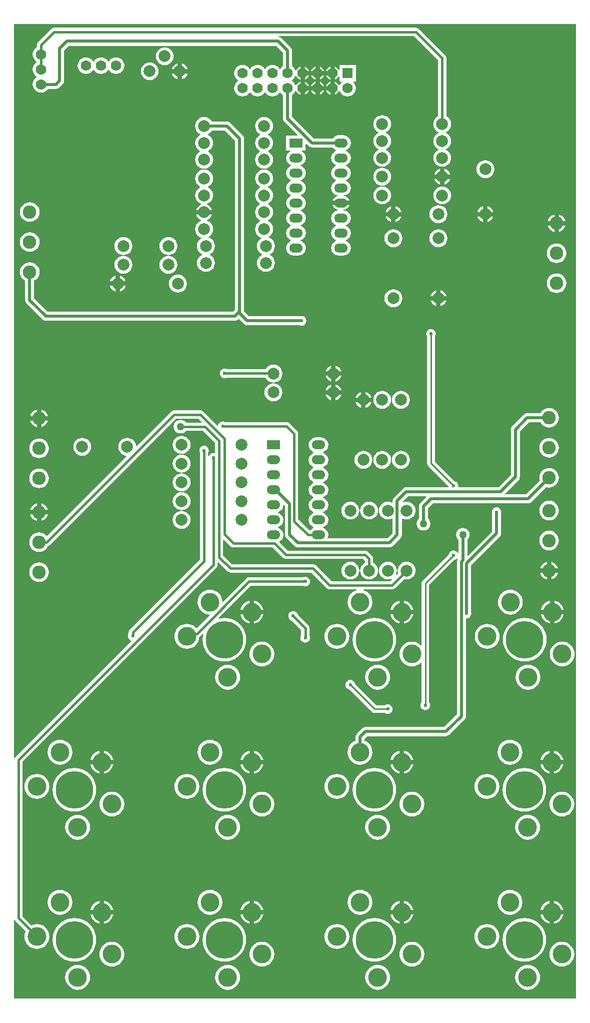
<source format=gtl>
G04*
G04 #@! TF.GenerationSoftware,Altium Limited,Altium Designer,20.0.2 (26)*
G04*
G04 Layer_Physical_Order=1*
G04 Layer_Color=255*
%FSLAX43Y43*%
%MOMM*%
G71*
G01*
G75*
%ADD10C,0.508*%
%ADD11C,0.254*%
%ADD27C,0.381*%
%ADD28C,2.286*%
%ADD29C,6.350*%
%ADD30C,3.175*%
%ADD31O,2.286X1.524*%
%ADD32R,2.286X1.524*%
%ADD33C,2.000*%
%ADD34C,1.778*%
%ADD35R,1.778X1.778*%
%ADD36C,1.270*%
%ADD37C,0.600*%
G36*
X95678Y524D02*
X524D01*
Y13803D01*
X651Y13829D01*
X660Y13808D01*
X772Y13662D01*
X2492Y11942D01*
X2442Y11848D01*
X2323Y11453D01*
X2282Y11043D01*
X2323Y10632D01*
X2442Y10237D01*
X2637Y9873D01*
X2899Y9554D01*
X3218Y9292D01*
X3582Y9097D01*
X3977Y8977D01*
X4388Y8937D01*
X4799Y8977D01*
X5194Y9097D01*
X5558Y9292D01*
X5877Y9554D01*
X6139Y9873D01*
X6333Y10237D01*
X6453Y10632D01*
X6493Y11043D01*
X6453Y11453D01*
X6333Y11848D01*
X6139Y12212D01*
X5877Y12532D01*
X5558Y12793D01*
X5194Y12988D01*
X4799Y13108D01*
X4388Y13148D01*
X3977Y13108D01*
X3582Y12988D01*
X3489Y12938D01*
X1975Y14452D01*
Y40666D01*
X34788Y73479D01*
X34900Y73625D01*
X34971Y73795D01*
X34995Y73978D01*
Y74333D01*
X35112Y74382D01*
X36649Y72844D01*
X36795Y72732D01*
X36965Y72662D01*
X37147Y72638D01*
X50826D01*
X53477Y69987D01*
X53623Y69875D01*
X53793Y69804D01*
X53975Y69780D01*
X58520D01*
X58538Y69653D01*
X58294Y69579D01*
X57930Y69385D01*
X57610Y69123D01*
X57349Y68804D01*
X57154Y68440D01*
X57034Y68045D01*
X56994Y67634D01*
X57034Y67223D01*
X57154Y66828D01*
X57349Y66464D01*
X57610Y66145D01*
X57930Y65883D01*
X58294Y65688D01*
X58689Y65569D01*
X59099Y65528D01*
X59510Y65569D01*
X59905Y65688D01*
X60269Y65883D01*
X60588Y66145D01*
X60850Y66464D01*
X61045Y66828D01*
X61165Y67223D01*
X61205Y67634D01*
X61165Y68045D01*
X61045Y68440D01*
X60850Y68804D01*
X60588Y69123D01*
X60269Y69385D01*
X59905Y69579D01*
X59660Y69653D01*
X59679Y69780D01*
X64505D01*
X64687Y69804D01*
X64857Y69875D01*
X65003Y69987D01*
X66548Y71532D01*
X66697Y71486D01*
X66992Y71457D01*
X67288Y71486D01*
X67572Y71573D01*
X67834Y71713D01*
X68064Y71901D01*
X68252Y72131D01*
X68392Y72393D01*
X68479Y72677D01*
X68508Y72973D01*
X68479Y73268D01*
X68392Y73552D01*
X68252Y73814D01*
X68064Y74044D01*
X67834Y74232D01*
X67572Y74372D01*
X67288Y74459D01*
X66992Y74488D01*
X66697Y74459D01*
X66413Y74372D01*
X66151Y74232D01*
X65921Y74044D01*
X65733Y73814D01*
X65592Y73552D01*
X65506Y73268D01*
X65477Y72973D01*
X65506Y72677D01*
X65551Y72528D01*
X65298Y72275D01*
X65195Y72351D01*
X65217Y72393D01*
X65304Y72677D01*
X65333Y72973D01*
X65304Y73268D01*
X65217Y73552D01*
X65077Y73814D01*
X64889Y74044D01*
X64659Y74232D01*
X64397Y74372D01*
X64113Y74459D01*
X63817Y74488D01*
X63522Y74459D01*
X63238Y74372D01*
X62976Y74232D01*
X62746Y74044D01*
X62558Y73814D01*
X62417Y73552D01*
X62331Y73268D01*
X62302Y72973D01*
X62331Y72677D01*
X62417Y72393D01*
X62558Y72131D01*
X62746Y71901D01*
X62976Y71713D01*
X63238Y71573D01*
X63522Y71486D01*
X63817Y71457D01*
X64113Y71486D01*
X64397Y71573D01*
X64439Y71595D01*
X64515Y71492D01*
X64213Y71190D01*
X54267D01*
X51616Y73841D01*
X51470Y73953D01*
X51300Y74023D01*
X51118Y74047D01*
X37439D01*
X35947Y75539D01*
Y78143D01*
X36064Y78192D01*
X37155Y77101D01*
X37301Y76989D01*
X37471Y76919D01*
X37653Y76895D01*
X44329D01*
X46079Y75145D01*
X46225Y75033D01*
X46395Y74963D01*
X46577Y74939D01*
X59652D01*
X59938Y74653D01*
Y74306D01*
X59801Y74232D01*
X59571Y74044D01*
X59383Y73814D01*
X59243Y73552D01*
X59156Y73268D01*
X59127Y72973D01*
X59156Y72677D01*
X59243Y72393D01*
X59383Y72131D01*
X59571Y71901D01*
X59801Y71713D01*
X60063Y71573D01*
X60347Y71486D01*
X60642Y71457D01*
X60938Y71486D01*
X61222Y71573D01*
X61484Y71713D01*
X61714Y71901D01*
X61902Y72131D01*
X62042Y72393D01*
X62129Y72677D01*
X62158Y72973D01*
X62129Y73268D01*
X62042Y73552D01*
X61902Y73814D01*
X61714Y74044D01*
X61484Y74232D01*
X61347Y74306D01*
Y74945D01*
X61323Y75127D01*
X61253Y75297D01*
X61141Y75443D01*
X60442Y76142D01*
X60296Y76254D01*
X60126Y76324D01*
X59944Y76348D01*
X46869D01*
X45446Y77771D01*
X45459Y77837D01*
X45488Y77908D01*
X45737Y78099D01*
X45940Y78365D01*
X46068Y78673D01*
X46112Y79005D01*
X46068Y79337D01*
X45940Y79646D01*
X45737Y79911D01*
X45471Y80114D01*
X45250Y80206D01*
Y80344D01*
X45471Y80436D01*
X45737Y80639D01*
X45940Y80905D01*
X46068Y81213D01*
X46112Y81545D01*
X46068Y81877D01*
X45940Y82186D01*
X45737Y82451D01*
X45471Y82654D01*
X45250Y82746D01*
Y82884D01*
X45471Y82976D01*
X45737Y83179D01*
X45940Y83445D01*
X46068Y83753D01*
X46111Y84078D01*
X46148Y84105D01*
X46226Y84144D01*
X46412Y83957D01*
Y79056D01*
X46438Y78857D01*
X46515Y78672D01*
X46637Y78512D01*
X48034Y77115D01*
X48034Y77115D01*
X48193Y76993D01*
X48379Y76916D01*
X48577Y76890D01*
X64059D01*
X64258Y76916D01*
X64443Y76993D01*
X64602Y77115D01*
X65952Y78465D01*
X66074Y78625D01*
X66151Y78810D01*
X66177Y79009D01*
Y81735D01*
X66286Y81800D01*
X66413Y81733D01*
X66697Y81646D01*
X66992Y81617D01*
X67288Y81646D01*
X67572Y81733D01*
X67834Y81873D01*
X68064Y82061D01*
X68252Y82291D01*
X68392Y82553D01*
X68479Y82837D01*
X68508Y83133D01*
X68479Y83428D01*
X68392Y83712D01*
X68252Y83974D01*
X68064Y84204D01*
X67834Y84392D01*
X67572Y84532D01*
X67288Y84619D01*
X66992Y84648D01*
X66697Y84619D01*
X66413Y84532D01*
X66411Y84531D01*
X66334Y84635D01*
X67226Y85526D01*
X70303D01*
X70352Y85409D01*
X69306Y84363D01*
X69184Y84204D01*
X69108Y84019D01*
X69081Y83820D01*
Y81761D01*
X69035Y81725D01*
X68852Y81486D01*
X68736Y81208D01*
X68697Y80910D01*
X68736Y80612D01*
X68852Y80334D01*
X69035Y80095D01*
X69274Y79912D01*
X69552Y79796D01*
X69850Y79757D01*
X70148Y79796D01*
X70426Y79912D01*
X70665Y80095D01*
X70848Y80334D01*
X70964Y80612D01*
X71003Y80910D01*
X70964Y81208D01*
X70848Y81486D01*
X70665Y81725D01*
X70619Y81761D01*
Y83502D01*
X71449Y84332D01*
X87553D01*
X87751Y84359D01*
X87937Y84435D01*
X88096Y84558D01*
X90633Y87094D01*
X90799Y87044D01*
X91123Y87012D01*
X91446Y87044D01*
X91757Y87138D01*
X92044Y87292D01*
X92296Y87498D01*
X92502Y87749D01*
X92655Y88036D01*
X92750Y88347D01*
X92782Y88671D01*
X92750Y88995D01*
X92655Y89306D01*
X92502Y89593D01*
X92296Y89844D01*
X92044Y90050D01*
X91757Y90204D01*
X91446Y90298D01*
X91123Y90330D01*
X90799Y90298D01*
X90488Y90204D01*
X90201Y90050D01*
X89949Y89844D01*
X89743Y89593D01*
X89590Y89306D01*
X89495Y88995D01*
X89464Y88671D01*
X89495Y88347D01*
X89546Y88181D01*
X87234Y85870D01*
X83695D01*
X83647Y85987D01*
X85951Y88291D01*
X85951Y88291D01*
X86073Y88451D01*
X86150Y88636D01*
X86176Y88835D01*
X86176Y88835D01*
Y96519D01*
X87719Y98062D01*
X89661D01*
X89743Y97909D01*
X89949Y97658D01*
X90201Y97452D01*
X90488Y97298D01*
X90799Y97204D01*
X91123Y97172D01*
X91446Y97204D01*
X91757Y97298D01*
X92044Y97452D01*
X92296Y97658D01*
X92502Y97909D01*
X92655Y98196D01*
X92750Y98507D01*
X92782Y98831D01*
X92750Y99155D01*
X92655Y99466D01*
X92502Y99753D01*
X92296Y100004D01*
X92044Y100210D01*
X91757Y100364D01*
X91446Y100458D01*
X91123Y100490D01*
X90799Y100458D01*
X90488Y100364D01*
X90201Y100210D01*
X89949Y100004D01*
X89743Y99753D01*
X89661Y99600D01*
X87401D01*
X87202Y99573D01*
X87017Y99497D01*
X86858Y99374D01*
X86858Y99374D01*
X84864Y97381D01*
X84742Y97222D01*
X84665Y97036D01*
X84639Y96838D01*
Y89153D01*
X82549Y87063D01*
X75831D01*
X75729Y87190D01*
X75745Y87312D01*
X75717Y87523D01*
X75636Y87720D01*
X75506Y87889D01*
X75337Y88018D01*
X75141Y88100D01*
X75046Y88112D01*
X71767Y91391D01*
Y112546D01*
X71826Y112623D01*
X71907Y112819D01*
X71935Y113030D01*
X71907Y113241D01*
X71826Y113437D01*
X71696Y113606D01*
X71527Y113736D01*
X71331Y113817D01*
X71120Y113845D01*
X70909Y113817D01*
X70713Y113736D01*
X70544Y113606D01*
X70414Y113437D01*
X70333Y113241D01*
X70305Y113030D01*
X70333Y112819D01*
X70414Y112623D01*
X70473Y112546D01*
Y91122D01*
X70522Y90875D01*
X70662Y90665D01*
X74130Y87197D01*
X74131Y87190D01*
X74029Y87063D01*
X66907D01*
X66709Y87037D01*
X66523Y86960D01*
X66364Y86838D01*
X64865Y85340D01*
X64743Y85181D01*
X64666Y84995D01*
X64640Y84796D01*
Y84526D01*
X64531Y84461D01*
X64397Y84532D01*
X64113Y84619D01*
X63817Y84648D01*
X63522Y84619D01*
X63238Y84532D01*
X62976Y84392D01*
X62746Y84204D01*
X62558Y83974D01*
X62417Y83712D01*
X62331Y83428D01*
X62302Y83133D01*
X62331Y82837D01*
X62417Y82553D01*
X62558Y82291D01*
X62746Y82061D01*
X62976Y81873D01*
X63238Y81733D01*
X63522Y81646D01*
X63817Y81617D01*
X64113Y81646D01*
X64397Y81733D01*
X64531Y81804D01*
X64640Y81739D01*
Y79327D01*
X63740Y78427D01*
X53701D01*
X53630Y78533D01*
X53688Y78673D01*
X53732Y79005D01*
X53688Y79337D01*
X53560Y79646D01*
X53357Y79911D01*
X53091Y80114D01*
X52870Y80206D01*
Y80344D01*
X53091Y80436D01*
X53357Y80639D01*
X53560Y80905D01*
X53688Y81213D01*
X53732Y81545D01*
X53688Y81877D01*
X53560Y82186D01*
X53357Y82451D01*
X53091Y82654D01*
X52870Y82746D01*
Y82884D01*
X53091Y82976D01*
X53357Y83179D01*
X53560Y83445D01*
X53688Y83753D01*
X53732Y84085D01*
X53688Y84417D01*
X53560Y84726D01*
X53357Y84991D01*
X53091Y85194D01*
X52870Y85286D01*
Y85424D01*
X53091Y85516D01*
X53357Y85719D01*
X53560Y85985D01*
X53688Y86293D01*
X53732Y86625D01*
X53688Y86957D01*
X53560Y87266D01*
X53357Y87531D01*
X53091Y87734D01*
X52870Y87826D01*
Y87964D01*
X53091Y88056D01*
X53357Y88259D01*
X53560Y88525D01*
X53688Y88833D01*
X53732Y89165D01*
X53688Y89497D01*
X53560Y89805D01*
X53357Y90071D01*
X53091Y90274D01*
X52870Y90366D01*
Y90504D01*
X53091Y90596D01*
X53357Y90799D01*
X53560Y91065D01*
X53688Y91373D01*
X53732Y91705D01*
X53688Y92037D01*
X53560Y92345D01*
X53357Y92611D01*
X53091Y92814D01*
X52870Y92906D01*
Y93044D01*
X53091Y93136D01*
X53357Y93339D01*
X53560Y93605D01*
X53688Y93913D01*
X53732Y94245D01*
X53688Y94577D01*
X53560Y94885D01*
X53357Y95151D01*
X53091Y95354D01*
X52782Y95482D01*
X52451Y95526D01*
X51689D01*
X51357Y95482D01*
X51048Y95354D01*
X50783Y95151D01*
X50580Y94885D01*
X50452Y94577D01*
X50408Y94245D01*
X50452Y93913D01*
X50580Y93605D01*
X50783Y93339D01*
X51048Y93136D01*
X51270Y93044D01*
Y92906D01*
X51048Y92814D01*
X50783Y92611D01*
X50580Y92345D01*
X50452Y92037D01*
X50408Y91705D01*
X50452Y91373D01*
X50580Y91065D01*
X50783Y90799D01*
X51048Y90596D01*
X51270Y90504D01*
Y90366D01*
X51048Y90274D01*
X50783Y90071D01*
X50580Y89805D01*
X50452Y89497D01*
X50408Y89165D01*
X50452Y88833D01*
X50580Y88525D01*
X50783Y88259D01*
X51048Y88056D01*
X51270Y87964D01*
Y87826D01*
X51048Y87734D01*
X50783Y87531D01*
X50580Y87266D01*
X50452Y86957D01*
X50408Y86625D01*
X50452Y86293D01*
X50580Y85985D01*
X50783Y85719D01*
X51048Y85516D01*
X51270Y85424D01*
Y85286D01*
X51048Y85194D01*
X50783Y84991D01*
X50580Y84726D01*
X50452Y84417D01*
X50408Y84085D01*
X50452Y83753D01*
X50580Y83445D01*
X50783Y83179D01*
X51048Y82976D01*
X51270Y82884D01*
Y82746D01*
X51048Y82654D01*
X50783Y82451D01*
X50580Y82186D01*
X50452Y81877D01*
X50408Y81545D01*
X50452Y81213D01*
X50580Y80905D01*
X50783Y80639D01*
X51048Y80436D01*
X51270Y80344D01*
Y80206D01*
X51048Y80114D01*
X50783Y79911D01*
X50682Y79779D01*
X50524Y79770D01*
X48647Y81647D01*
Y96150D01*
X48623Y96332D01*
X48553Y96502D01*
X48441Y96648D01*
X47171Y97918D01*
X47025Y98030D01*
X46855Y98101D01*
X46672Y98125D01*
X36287D01*
X36285Y98126D01*
X36088Y98207D01*
X35877Y98235D01*
X35667Y98207D01*
X35470Y98126D01*
X35301Y97996D01*
X35172Y97828D01*
X35090Y97631D01*
X35079Y97542D01*
X34944Y97497D01*
X32566Y99876D01*
X32420Y99988D01*
X32250Y100058D01*
X32068Y100082D01*
X27622D01*
X27440Y100058D01*
X27270Y99988D01*
X27124Y99876D01*
X21303Y94054D01*
X21184Y94097D01*
X21171Y94223D01*
X21085Y94507D01*
X20945Y94769D01*
X20756Y94999D01*
X20527Y95187D01*
X20265Y95327D01*
X19981Y95414D01*
X19685Y95443D01*
X19389Y95414D01*
X19105Y95327D01*
X18843Y95187D01*
X18613Y94999D01*
X18425Y94769D01*
X18285Y94507D01*
X18199Y94223D01*
X18170Y93928D01*
X18199Y93632D01*
X18285Y93348D01*
X18425Y93086D01*
X18613Y92856D01*
X18843Y92668D01*
X19105Y92528D01*
X19389Y92441D01*
X19515Y92429D01*
X19558Y92309D01*
X6126Y78877D01*
X5999Y78883D01*
X5936Y78961D01*
X5684Y79167D01*
X5397Y79320D01*
X5086Y79415D01*
X4762Y79446D01*
X4439Y79415D01*
X4128Y79320D01*
X3841Y79167D01*
X3589Y78961D01*
X3383Y78709D01*
X3230Y78422D01*
X3135Y78111D01*
X3104Y77787D01*
X3135Y77464D01*
X3230Y77153D01*
X3383Y76866D01*
X3589Y76614D01*
X3841Y76408D01*
X4128Y76255D01*
X4439Y76160D01*
X4762Y76128D01*
X5086Y76160D01*
X5397Y76255D01*
X5684Y76408D01*
X5936Y76614D01*
X6142Y76866D01*
X6287Y77137D01*
X6385Y77177D01*
X6531Y77289D01*
X27914Y98673D01*
X31776D01*
X32291Y98158D01*
X32243Y98040D01*
X29612D01*
X29527Y98151D01*
X29288Y98334D01*
X29010Y98449D01*
X28712Y98489D01*
X28413Y98449D01*
X28135Y98334D01*
X27897Y98151D01*
X27713Y97912D01*
X27598Y97634D01*
X27559Y97336D01*
X27598Y97037D01*
X27713Y96759D01*
X27897Y96520D01*
X28135Y96337D01*
X28413Y96222D01*
X28712Y96183D01*
X29010Y96222D01*
X29288Y96337D01*
X29527Y96520D01*
X29612Y96631D01*
X32548D01*
X34538Y94641D01*
Y92976D01*
X34411Y92874D01*
X34290Y92890D01*
X34079Y92862D01*
X33883Y92781D01*
X33714Y92651D01*
X33584Y92482D01*
X33534Y92361D01*
X33407Y92386D01*
Y92883D01*
X33408Y92885D01*
X33490Y93082D01*
X33517Y93293D01*
X33490Y93503D01*
X33408Y93700D01*
X33279Y93869D01*
X33110Y93998D01*
X32913Y94080D01*
X32702Y94107D01*
X32492Y94080D01*
X32295Y93998D01*
X32126Y93869D01*
X31997Y93700D01*
X31915Y93503D01*
X31887Y93293D01*
X31915Y93082D01*
X31997Y92885D01*
X31998Y92883D01*
Y74852D01*
X20139Y62993D01*
X20027Y62847D01*
X19957Y62677D01*
X19933Y62495D01*
Y62322D01*
X19932Y62320D01*
X19850Y62123D01*
X19823Y61912D01*
X19850Y61702D01*
X19932Y61505D01*
X20061Y61336D01*
X20230Y61207D01*
X20310Y61174D01*
X20340Y61024D01*
X772Y41456D01*
X660Y41310D01*
X651Y41289D01*
X524Y41315D01*
Y165476D01*
X95678D01*
Y524D01*
D02*
G37*
%LPC*%
G36*
X17780Y159842D02*
X17415Y159794D01*
X17075Y159653D01*
X16784Y159429D01*
X16584Y159169D01*
X16542Y159158D01*
X16478D01*
X16436Y159169D01*
X16236Y159429D01*
X15945Y159653D01*
X15605Y159794D01*
X15240Y159842D01*
X14875Y159794D01*
X14535Y159653D01*
X14244Y159429D01*
X14044Y159169D01*
X14002Y159158D01*
X13938D01*
X13896Y159169D01*
X13696Y159429D01*
X13405Y159653D01*
X13065Y159794D01*
X12700Y159842D01*
X12335Y159794D01*
X11995Y159653D01*
X11704Y159429D01*
X11480Y159137D01*
X11339Y158797D01*
X11291Y158432D01*
X11339Y158068D01*
X11480Y157728D01*
X11704Y157436D01*
X11995Y157212D01*
X12335Y157071D01*
X12700Y157023D01*
X13065Y157071D01*
X13405Y157212D01*
X13696Y157436D01*
X13896Y157696D01*
X13938Y157707D01*
X14002D01*
X14044Y157696D01*
X14244Y157436D01*
X14535Y157212D01*
X14875Y157071D01*
X15240Y157023D01*
X15605Y157071D01*
X15945Y157212D01*
X16236Y157436D01*
X16436Y157696D01*
X16478Y157707D01*
X16542D01*
X16584Y157696D01*
X16784Y157436D01*
X17075Y157212D01*
X17415Y157071D01*
X17780Y157023D01*
X18145Y157071D01*
X18485Y157212D01*
X18776Y157436D01*
X19000Y157728D01*
X19141Y158068D01*
X19189Y158432D01*
X19141Y158797D01*
X19000Y159137D01*
X18776Y159429D01*
X18485Y159653D01*
X18145Y159794D01*
X17780Y159842D01*
D02*
G37*
G36*
X26035Y161535D02*
X25739Y161506D01*
X25455Y161420D01*
X25193Y161280D01*
X24964Y161091D01*
X24775Y160862D01*
X24635Y160600D01*
X24549Y160316D01*
X24520Y160020D01*
X24549Y159724D01*
X24635Y159440D01*
X24775Y159178D01*
X24964Y158949D01*
X25193Y158760D01*
X25455Y158620D01*
X25739Y158534D01*
X26035Y158505D01*
X26331Y158534D01*
X26615Y158620D01*
X26877Y158760D01*
X27106Y158949D01*
X27295Y159178D01*
X27435Y159440D01*
X27521Y159724D01*
X27550Y160020D01*
X27521Y160316D01*
X27435Y160600D01*
X27295Y160862D01*
X27106Y161091D01*
X26877Y161280D01*
X26615Y161420D01*
X26331Y161506D01*
X26035Y161535D01*
D02*
G37*
G36*
X28956Y158817D02*
Y157861D01*
X29912D01*
X29781Y158176D01*
X29560Y158465D01*
X29271Y158686D01*
X28956Y158817D01*
D02*
G37*
G36*
X28194D02*
X27879Y158686D01*
X27590Y158465D01*
X27369Y158176D01*
X27238Y157861D01*
X28194D01*
Y158817D01*
D02*
G37*
G36*
X58387Y158559D02*
X55593D01*
Y157722D01*
X55466Y157696D01*
X55448Y157739D01*
X55265Y157978D01*
X55026Y158161D01*
X54831Y158242D01*
Y157163D01*
Y156083D01*
X55026Y156164D01*
X55265Y156347D01*
X55448Y156586D01*
X55466Y156629D01*
X55593Y156603D01*
Y155766D01*
X55987D01*
X56028Y155645D01*
X55994Y155619D01*
X55770Y155327D01*
X55651Y155041D01*
X55514D01*
X55448Y155199D01*
X55265Y155438D01*
X55026Y155621D01*
X54831Y155702D01*
Y154622D01*
Y153543D01*
X55026Y153624D01*
X55265Y153807D01*
X55448Y154046D01*
X55514Y154204D01*
X55651D01*
X55770Y153918D01*
X55994Y153626D01*
X56285Y153402D01*
X56625Y153261D01*
X56990Y153213D01*
X57355Y153261D01*
X57695Y153402D01*
X57986Y153626D01*
X58210Y153918D01*
X58351Y154258D01*
X58399Y154622D01*
X58351Y154987D01*
X58210Y155327D01*
X57986Y155619D01*
X57952Y155645D01*
X57993Y155766D01*
X58387D01*
Y158559D01*
D02*
G37*
G36*
X52291Y158242D02*
Y157544D01*
X52989D01*
X52908Y157739D01*
X52725Y157978D01*
X52486Y158161D01*
X52291Y158242D01*
D02*
G37*
G36*
X49751D02*
Y157544D01*
X50449D01*
X50368Y157739D01*
X50185Y157978D01*
X49946Y158161D01*
X49751Y158242D01*
D02*
G37*
G36*
X54069Y158242D02*
X53874Y158161D01*
X53635Y157978D01*
X53452Y157739D01*
X53371Y157544D01*
X54069D01*
Y158242D01*
D02*
G37*
G36*
X51529D02*
X51334Y158161D01*
X51095Y157978D01*
X50912Y157739D01*
X50831Y157544D01*
X51529D01*
Y158242D01*
D02*
G37*
G36*
X29912Y157099D02*
X28956D01*
Y156143D01*
X29271Y156274D01*
X29560Y156495D01*
X29781Y156784D01*
X29912Y157099D01*
D02*
G37*
G36*
X28194D02*
X27238D01*
X27369Y156784D01*
X27590Y156495D01*
X27879Y156274D01*
X28194Y156143D01*
Y157099D01*
D02*
G37*
G36*
X52989Y156781D02*
X52291D01*
Y156083D01*
X52486Y156164D01*
X52725Y156347D01*
X52908Y156586D01*
X52989Y156781D01*
D02*
G37*
G36*
X50449D02*
X49751D01*
Y156083D01*
X49946Y156164D01*
X50185Y156347D01*
X50368Y156586D01*
X50449Y156781D01*
D02*
G37*
G36*
X54069D02*
X53371D01*
X53452Y156586D01*
X53635Y156347D01*
X53874Y156164D01*
X54069Y156083D01*
Y156781D01*
D02*
G37*
G36*
X51529D02*
X50831D01*
X50912Y156586D01*
X51095Y156347D01*
X51334Y156164D01*
X51529Y156083D01*
Y156781D01*
D02*
G37*
G36*
X23495Y158995D02*
X23199Y158966D01*
X22915Y158880D01*
X22653Y158740D01*
X22424Y158551D01*
X22235Y158322D01*
X22095Y158060D01*
X22009Y157776D01*
X21980Y157480D01*
X22009Y157184D01*
X22095Y156900D01*
X22235Y156638D01*
X22424Y156409D01*
X22653Y156220D01*
X22915Y156080D01*
X23199Y155994D01*
X23495Y155965D01*
X23791Y155994D01*
X24075Y156080D01*
X24337Y156220D01*
X24566Y156409D01*
X24755Y156638D01*
X24895Y156900D01*
X24981Y157184D01*
X25010Y157480D01*
X24981Y157776D01*
X24895Y158060D01*
X24755Y158322D01*
X24566Y158551D01*
X24337Y158740D01*
X24075Y158880D01*
X23791Y158966D01*
X23495Y158995D01*
D02*
G37*
G36*
X52291Y155702D02*
Y155003D01*
X52989D01*
X52908Y155199D01*
X52725Y155438D01*
X52486Y155621D01*
X52291Y155702D01*
D02*
G37*
G36*
X49751D02*
Y155003D01*
X50449D01*
X50368Y155199D01*
X50185Y155438D01*
X49946Y155621D01*
X49751Y155702D01*
D02*
G37*
G36*
X54069Y155702D02*
X53874Y155621D01*
X53635Y155438D01*
X53452Y155199D01*
X53371Y155003D01*
X54069D01*
Y155702D01*
D02*
G37*
G36*
X51529D02*
X51334Y155621D01*
X51095Y155438D01*
X50912Y155199D01*
X50831Y155003D01*
X51529D01*
Y155702D01*
D02*
G37*
G36*
X52989Y154242D02*
X52291D01*
Y153543D01*
X52486Y153624D01*
X52725Y153807D01*
X52908Y154046D01*
X52989Y154242D01*
D02*
G37*
G36*
X50449D02*
X49751D01*
Y153543D01*
X49946Y153624D01*
X50185Y153807D01*
X50368Y154046D01*
X50449Y154242D01*
D02*
G37*
G36*
X54069D02*
X53371D01*
X53452Y154046D01*
X53635Y153807D01*
X53874Y153624D01*
X54069Y153543D01*
Y154242D01*
D02*
G37*
G36*
X51529D02*
X50831D01*
X50912Y154046D01*
X51095Y153807D01*
X51334Y153624D01*
X51529Y153543D01*
Y154242D01*
D02*
G37*
G36*
X68580Y164852D02*
X7302D01*
X7120Y164828D01*
X6950Y164758D01*
X6804Y164646D01*
X4582Y162423D01*
X4470Y162277D01*
X4399Y162107D01*
X4375Y161925D01*
Y161558D01*
X4084Y161334D01*
X3860Y161042D01*
X3719Y160702D01*
X3671Y160337D01*
X3719Y159973D01*
X3860Y159633D01*
X4084Y159341D01*
X4354Y159134D01*
Y159001D01*
X4084Y158794D01*
X3860Y158502D01*
X3719Y158162D01*
X3671Y157798D01*
X3719Y157433D01*
X3860Y157093D01*
X4084Y156801D01*
X4343Y156602D01*
X4354Y156560D01*
Y156495D01*
X4343Y156453D01*
X4084Y156254D01*
X3860Y155962D01*
X3719Y155622D01*
X3671Y155258D01*
X3719Y154893D01*
X3860Y154553D01*
X4084Y154261D01*
X4375Y154037D01*
X4715Y153896D01*
X5080Y153848D01*
X5445Y153896D01*
X5785Y154037D01*
X6076Y154261D01*
X6251Y154489D01*
X7620D01*
X7819Y154515D01*
X8004Y154592D01*
X8163Y154714D01*
X8798Y155349D01*
X8798Y155349D01*
X8921Y155508D01*
X8997Y155694D01*
X9024Y155893D01*
Y160972D01*
X9843Y161791D01*
X44924D01*
X46061Y160654D01*
Y158334D01*
X45834Y158159D01*
X45634Y157899D01*
X45592Y157888D01*
X45528D01*
X45486Y157899D01*
X45286Y158159D01*
X44995Y158383D01*
X44655Y158524D01*
X44290Y158572D01*
X43925Y158524D01*
X43585Y158383D01*
X43294Y158159D01*
X43094Y157899D01*
X43052Y157888D01*
X42988D01*
X42946Y157899D01*
X42746Y158159D01*
X42455Y158383D01*
X42115Y158524D01*
X41750Y158572D01*
X41385Y158524D01*
X41045Y158383D01*
X40754Y158159D01*
X40554Y157899D01*
X40512Y157888D01*
X40448D01*
X40406Y157899D01*
X40206Y158159D01*
X39915Y158383D01*
X39575Y158524D01*
X39210Y158572D01*
X38845Y158524D01*
X38505Y158383D01*
X38214Y158159D01*
X37990Y157867D01*
X37849Y157527D01*
X37801Y157163D01*
X37849Y156798D01*
X37990Y156458D01*
X38214Y156166D01*
X38473Y155967D01*
X38484Y155925D01*
Y155860D01*
X38473Y155818D01*
X38214Y155619D01*
X37990Y155327D01*
X37849Y154987D01*
X37801Y154622D01*
X37849Y154258D01*
X37990Y153918D01*
X38214Y153626D01*
X38505Y153402D01*
X38845Y153261D01*
X39210Y153213D01*
X39575Y153261D01*
X39915Y153402D01*
X40206Y153626D01*
X40406Y153886D01*
X40448Y153897D01*
X40512D01*
X40554Y153886D01*
X40754Y153626D01*
X41045Y153402D01*
X41385Y153261D01*
X41750Y153213D01*
X42115Y153261D01*
X42455Y153402D01*
X42746Y153626D01*
X42946Y153886D01*
X42988Y153897D01*
X43052D01*
X43094Y153886D01*
X43294Y153626D01*
X43585Y153402D01*
X43925Y153261D01*
X44290Y153213D01*
X44655Y153261D01*
X44995Y153402D01*
X45286Y153626D01*
X45486Y153886D01*
X45528Y153897D01*
X45592D01*
X45634Y153886D01*
X45834Y153626D01*
X46061Y153451D01*
Y149506D01*
X46088Y149307D01*
X46164Y149121D01*
X46287Y148962D01*
X48499Y146750D01*
X48450Y146633D01*
X46609D01*
Y144093D01*
X47294D01*
X47320Y143966D01*
X47238Y143932D01*
X46973Y143728D01*
X46770Y143463D01*
X46642Y143154D01*
X46598Y142823D01*
X46642Y142491D01*
X46770Y142182D01*
X46973Y141917D01*
X47238Y141713D01*
X47460Y141621D01*
Y141484D01*
X47238Y141392D01*
X46973Y141188D01*
X46770Y140923D01*
X46642Y140614D01*
X46598Y140283D01*
X46642Y139951D01*
X46770Y139642D01*
X46973Y139377D01*
X47238Y139173D01*
X47460Y139081D01*
Y138944D01*
X47238Y138852D01*
X46973Y138648D01*
X46770Y138383D01*
X46642Y138074D01*
X46598Y137743D01*
X46642Y137411D01*
X46770Y137102D01*
X46973Y136837D01*
X47238Y136633D01*
X47460Y136541D01*
Y136404D01*
X47238Y136312D01*
X46973Y136108D01*
X46770Y135843D01*
X46642Y135534D01*
X46598Y135203D01*
X46642Y134871D01*
X46770Y134562D01*
X46973Y134297D01*
X47238Y134093D01*
X47460Y134001D01*
Y133864D01*
X47238Y133772D01*
X46973Y133568D01*
X46770Y133303D01*
X46642Y132994D01*
X46598Y132663D01*
X46642Y132331D01*
X46770Y132022D01*
X46973Y131757D01*
X47238Y131553D01*
X47460Y131461D01*
Y131324D01*
X47238Y131232D01*
X46973Y131028D01*
X46770Y130763D01*
X46642Y130454D01*
X46598Y130123D01*
X46642Y129791D01*
X46770Y129482D01*
X46973Y129217D01*
X47238Y129013D01*
X47460Y128921D01*
Y128784D01*
X47238Y128692D01*
X46973Y128488D01*
X46770Y128223D01*
X46642Y127914D01*
X46598Y127583D01*
X46642Y127251D01*
X46770Y126942D01*
X46973Y126677D01*
X47238Y126473D01*
X47547Y126345D01*
X47879Y126302D01*
X48641D01*
X48972Y126345D01*
X49281Y126473D01*
X49547Y126677D01*
X49750Y126942D01*
X49878Y127251D01*
X49922Y127583D01*
X49878Y127914D01*
X49750Y128223D01*
X49547Y128488D01*
X49281Y128692D01*
X49060Y128784D01*
Y128921D01*
X49281Y129013D01*
X49547Y129217D01*
X49750Y129482D01*
X49878Y129791D01*
X49922Y130123D01*
X49878Y130454D01*
X49750Y130763D01*
X49547Y131028D01*
X49281Y131232D01*
X49060Y131324D01*
Y131461D01*
X49281Y131553D01*
X49547Y131757D01*
X49750Y132022D01*
X49878Y132331D01*
X49922Y132663D01*
X49878Y132994D01*
X49750Y133303D01*
X49547Y133568D01*
X49281Y133772D01*
X49060Y133864D01*
Y134001D01*
X49281Y134093D01*
X49547Y134297D01*
X49750Y134562D01*
X49878Y134871D01*
X49922Y135203D01*
X49878Y135534D01*
X49750Y135843D01*
X49547Y136108D01*
X49281Y136312D01*
X49060Y136404D01*
Y136541D01*
X49281Y136633D01*
X49547Y136837D01*
X49750Y137102D01*
X49878Y137411D01*
X49922Y137743D01*
X49878Y138074D01*
X49750Y138383D01*
X49547Y138648D01*
X49281Y138852D01*
X49060Y138944D01*
Y139081D01*
X49281Y139173D01*
X49547Y139377D01*
X49750Y139642D01*
X49878Y139951D01*
X49922Y140283D01*
X49878Y140614D01*
X49750Y140923D01*
X49547Y141188D01*
X49281Y141392D01*
X49060Y141484D01*
Y141621D01*
X49281Y141713D01*
X49547Y141917D01*
X49750Y142182D01*
X49878Y142491D01*
X49922Y142823D01*
X49878Y143154D01*
X49750Y143463D01*
X49547Y143728D01*
X49281Y143932D01*
X49200Y143966D01*
X49225Y144093D01*
X49911D01*
Y145172D01*
X50028Y145220D01*
X50430Y144819D01*
X50589Y144697D01*
X50774Y144620D01*
X50973Y144594D01*
X54488D01*
X54593Y144457D01*
X54858Y144253D01*
X55080Y144161D01*
Y144024D01*
X54858Y143932D01*
X54593Y143728D01*
X54390Y143463D01*
X54262Y143154D01*
X54218Y142823D01*
X54262Y142491D01*
X54390Y142182D01*
X54593Y141917D01*
X54858Y141713D01*
X55080Y141621D01*
Y141484D01*
X54858Y141392D01*
X54593Y141188D01*
X54390Y140923D01*
X54262Y140614D01*
X54218Y140283D01*
X54262Y139951D01*
X54390Y139642D01*
X54593Y139377D01*
X54858Y139173D01*
X55080Y139081D01*
Y138944D01*
X54858Y138852D01*
X54593Y138648D01*
X54390Y138383D01*
X54262Y138074D01*
X54218Y137743D01*
X54262Y137411D01*
X54390Y137102D01*
X54593Y136837D01*
X54858Y136633D01*
X55167Y136505D01*
X55416Y136473D01*
Y136344D01*
X55201Y136316D01*
X54923Y136201D01*
X54684Y136018D01*
X54501Y135779D01*
X54420Y135584D01*
X55880D01*
X57340D01*
X57259Y135779D01*
X57076Y136018D01*
X56837Y136201D01*
X56559Y136316D01*
X56344Y136344D01*
Y136473D01*
X56592Y136505D01*
X56901Y136633D01*
X57167Y136837D01*
X57370Y137102D01*
X57498Y137411D01*
X57542Y137743D01*
X57498Y138074D01*
X57370Y138383D01*
X57167Y138648D01*
X56901Y138852D01*
X56680Y138944D01*
Y139081D01*
X56901Y139173D01*
X57167Y139377D01*
X57370Y139642D01*
X57498Y139951D01*
X57542Y140283D01*
X57498Y140614D01*
X57370Y140923D01*
X57167Y141188D01*
X56901Y141392D01*
X56680Y141484D01*
Y141621D01*
X56901Y141713D01*
X57167Y141917D01*
X57370Y142182D01*
X57498Y142491D01*
X57542Y142823D01*
X57498Y143154D01*
X57370Y143463D01*
X57167Y143728D01*
X56901Y143932D01*
X56680Y144024D01*
Y144161D01*
X56901Y144253D01*
X57167Y144457D01*
X57370Y144722D01*
X57498Y145031D01*
X57542Y145363D01*
X57498Y145694D01*
X57370Y146003D01*
X57167Y146268D01*
X56901Y146472D01*
X56592Y146600D01*
X56261Y146643D01*
X55499D01*
X55167Y146600D01*
X54858Y146472D01*
X54593Y146268D01*
X54488Y146131D01*
X51292D01*
X47599Y149824D01*
Y153451D01*
X47826Y153626D01*
X48050Y153918D01*
X48169Y154204D01*
X48306D01*
X48372Y154046D01*
X48555Y153807D01*
X48794Y153624D01*
X48989Y153543D01*
Y154622D01*
Y155702D01*
X48794Y155621D01*
X48555Y155438D01*
X48372Y155199D01*
X48306Y155041D01*
X48169D01*
X48050Y155327D01*
X47826Y155619D01*
X47567Y155818D01*
X47556Y155860D01*
Y155925D01*
X47567Y155967D01*
X47826Y156166D01*
X48050Y156458D01*
X48169Y156744D01*
X48306D01*
X48372Y156586D01*
X48555Y156347D01*
X48794Y156164D01*
X48989Y156083D01*
Y157163D01*
Y158242D01*
X48794Y158161D01*
X48555Y157978D01*
X48372Y157739D01*
X48306Y157581D01*
X48169D01*
X48050Y157867D01*
X47826Y158159D01*
X47599Y158334D01*
Y160973D01*
X47572Y161171D01*
X47496Y161357D01*
X47373Y161516D01*
X47373Y161516D01*
X45786Y163103D01*
X45627Y163226D01*
X45441Y163302D01*
X45338Y163316D01*
X45347Y163443D01*
X68288D01*
X72320Y159411D01*
Y149871D01*
X72183Y149797D01*
X71953Y149609D01*
X71765Y149379D01*
X71625Y149117D01*
X71539Y148833D01*
X71510Y148538D01*
X71539Y148242D01*
X71625Y147958D01*
X71765Y147696D01*
X71953Y147466D01*
X72183Y147278D01*
X72364Y147181D01*
Y147037D01*
X72183Y146940D01*
X71953Y146751D01*
X71765Y146522D01*
X71625Y146260D01*
X71539Y145976D01*
X71510Y145680D01*
X71539Y145384D01*
X71625Y145100D01*
X71765Y144838D01*
X71953Y144609D01*
X72183Y144420D01*
X72364Y144323D01*
Y144179D01*
X72183Y144082D01*
X71953Y143894D01*
X71765Y143664D01*
X71625Y143402D01*
X71539Y143118D01*
X71510Y142823D01*
X71539Y142527D01*
X71625Y142243D01*
X71765Y141981D01*
X71953Y141751D01*
X72183Y141563D01*
X72445Y141423D01*
X72729Y141336D01*
X73025Y141307D01*
X73321Y141336D01*
X73605Y141423D01*
X73867Y141563D01*
X74096Y141751D01*
X74285Y141981D01*
X74425Y142243D01*
X74511Y142527D01*
X74540Y142823D01*
X74511Y143118D01*
X74425Y143402D01*
X74285Y143664D01*
X74096Y143894D01*
X73867Y144082D01*
X73686Y144179D01*
Y144323D01*
X73867Y144420D01*
X74096Y144609D01*
X74285Y144838D01*
X74425Y145100D01*
X74511Y145384D01*
X74540Y145680D01*
X74511Y145976D01*
X74425Y146260D01*
X74285Y146522D01*
X74096Y146751D01*
X73867Y146940D01*
X73686Y147037D01*
Y147181D01*
X73867Y147278D01*
X74096Y147466D01*
X74285Y147696D01*
X74425Y147958D01*
X74511Y148242D01*
X74540Y148538D01*
X74511Y148833D01*
X74425Y149117D01*
X74285Y149379D01*
X74096Y149609D01*
X73867Y149797D01*
X73729Y149871D01*
Y159703D01*
X73705Y159885D01*
X73635Y160055D01*
X73523Y160201D01*
X69078Y164646D01*
X68932Y164758D01*
X68762Y164828D01*
X68580Y164852D01*
D02*
G37*
G36*
X62865Y150053D02*
X62569Y150024D01*
X62285Y149937D01*
X62023Y149797D01*
X61793Y149609D01*
X61605Y149379D01*
X61465Y149117D01*
X61379Y148833D01*
X61350Y148538D01*
X61379Y148242D01*
X61465Y147958D01*
X61605Y147696D01*
X61793Y147466D01*
X62023Y147278D01*
X62204Y147181D01*
Y147037D01*
X62023Y146940D01*
X61793Y146751D01*
X61605Y146522D01*
X61465Y146260D01*
X61379Y145976D01*
X61350Y145680D01*
X61379Y145384D01*
X61465Y145100D01*
X61605Y144838D01*
X61793Y144609D01*
X62023Y144420D01*
X62204Y144323D01*
Y144179D01*
X62023Y144082D01*
X61793Y143894D01*
X61605Y143664D01*
X61465Y143402D01*
X61379Y143118D01*
X61350Y142823D01*
X61379Y142527D01*
X61465Y142243D01*
X61605Y141981D01*
X61793Y141751D01*
X62023Y141563D01*
X62285Y141423D01*
X62569Y141336D01*
X62865Y141307D01*
X63161Y141336D01*
X63445Y141423D01*
X63707Y141563D01*
X63936Y141751D01*
X64125Y141981D01*
X64265Y142243D01*
X64351Y142527D01*
X64380Y142823D01*
X64351Y143118D01*
X64265Y143402D01*
X64125Y143664D01*
X63936Y143894D01*
X63707Y144082D01*
X63526Y144179D01*
Y144323D01*
X63707Y144420D01*
X63936Y144609D01*
X64125Y144838D01*
X64265Y145100D01*
X64351Y145384D01*
X64380Y145680D01*
X64351Y145976D01*
X64265Y146260D01*
X64125Y146522D01*
X63936Y146751D01*
X63707Y146940D01*
X63526Y147037D01*
Y147181D01*
X63707Y147278D01*
X63936Y147466D01*
X64125Y147696D01*
X64265Y147958D01*
X64351Y148242D01*
X64380Y148538D01*
X64351Y148833D01*
X64265Y149117D01*
X64125Y149379D01*
X63936Y149609D01*
X63707Y149797D01*
X63445Y149937D01*
X63161Y150024D01*
X62865Y150053D01*
D02*
G37*
G36*
X42862Y149735D02*
X42567Y149706D01*
X42283Y149620D01*
X42021Y149480D01*
X41791Y149291D01*
X41603Y149062D01*
X41463Y148800D01*
X41376Y148516D01*
X41347Y148220D01*
X41376Y147924D01*
X41463Y147640D01*
X41603Y147378D01*
X41791Y147148D01*
X42021Y146960D01*
X42202Y146863D01*
Y146719D01*
X42021Y146622D01*
X41791Y146434D01*
X41603Y146204D01*
X41463Y145942D01*
X41376Y145658D01*
X41347Y145363D01*
X41376Y145067D01*
X41463Y144783D01*
X41603Y144521D01*
X41791Y144291D01*
X42021Y144103D01*
X42202Y144006D01*
Y143862D01*
X42021Y143765D01*
X41791Y143577D01*
X41603Y143347D01*
X41463Y143085D01*
X41376Y142801D01*
X41347Y142505D01*
X41376Y142209D01*
X41463Y141925D01*
X41603Y141663D01*
X41791Y141434D01*
X42021Y141245D01*
X42283Y141105D01*
X42567Y141019D01*
X42862Y140990D01*
X43158Y141019D01*
X43442Y141105D01*
X43704Y141245D01*
X43934Y141434D01*
X44122Y141663D01*
X44262Y141925D01*
X44349Y142209D01*
X44378Y142505D01*
X44349Y142801D01*
X44262Y143085D01*
X44122Y143347D01*
X43934Y143577D01*
X43704Y143765D01*
X43523Y143862D01*
Y144006D01*
X43704Y144103D01*
X43934Y144291D01*
X44122Y144521D01*
X44262Y144783D01*
X44349Y145067D01*
X44378Y145363D01*
X44349Y145658D01*
X44262Y145942D01*
X44122Y146204D01*
X43934Y146434D01*
X43704Y146622D01*
X43523Y146719D01*
Y146863D01*
X43704Y146960D01*
X43934Y147148D01*
X44122Y147378D01*
X44262Y147640D01*
X44349Y147924D01*
X44378Y148220D01*
X44349Y148516D01*
X44262Y148800D01*
X44122Y149062D01*
X43934Y149291D01*
X43704Y149480D01*
X43442Y149620D01*
X43158Y149706D01*
X42862Y149735D01*
D02*
G37*
G36*
X73406Y140984D02*
Y140029D01*
X74362D01*
X74231Y140344D01*
X74010Y140632D01*
X73721Y140854D01*
X73406Y140984D01*
D02*
G37*
G36*
X72644D02*
X72328Y140854D01*
X72040Y140632D01*
X71819Y140344D01*
X71688Y140029D01*
X72644D01*
Y140984D01*
D02*
G37*
G36*
X80327Y142433D02*
X80032Y142404D01*
X79748Y142317D01*
X79486Y142177D01*
X79256Y141989D01*
X79068Y141759D01*
X78927Y141497D01*
X78841Y141213D01*
X78812Y140917D01*
X78841Y140622D01*
X78927Y140338D01*
X79068Y140076D01*
X79256Y139846D01*
X79486Y139658D01*
X79748Y139518D01*
X80032Y139431D01*
X80327Y139402D01*
X80623Y139431D01*
X80907Y139518D01*
X81169Y139658D01*
X81399Y139846D01*
X81587Y140076D01*
X81727Y140338D01*
X81814Y140622D01*
X81843Y140917D01*
X81814Y141213D01*
X81727Y141497D01*
X81587Y141759D01*
X81399Y141989D01*
X81169Y142177D01*
X80907Y142317D01*
X80623Y142404D01*
X80327Y142433D01*
D02*
G37*
G36*
X74362Y139267D02*
X73406D01*
Y138311D01*
X73721Y138441D01*
X74010Y138663D01*
X74231Y138951D01*
X74362Y139267D01*
D02*
G37*
G36*
X72644D02*
X71688D01*
X71819Y138951D01*
X72040Y138663D01*
X72328Y138441D01*
X72644Y138311D01*
Y139267D01*
D02*
G37*
G36*
X62865Y141163D02*
X62569Y141134D01*
X62285Y141047D01*
X62023Y140907D01*
X61793Y140719D01*
X61605Y140489D01*
X61465Y140227D01*
X61379Y139943D01*
X61350Y139648D01*
X61379Y139352D01*
X61465Y139068D01*
X61605Y138806D01*
X61793Y138576D01*
X62023Y138388D01*
X62285Y138248D01*
X62569Y138161D01*
X62865Y138132D01*
X63161Y138161D01*
X63445Y138248D01*
X63707Y138388D01*
X63936Y138576D01*
X64125Y138806D01*
X64265Y139068D01*
X64351Y139352D01*
X64380Y139648D01*
X64351Y139943D01*
X64265Y140227D01*
X64125Y140489D01*
X63936Y140719D01*
X63707Y140907D01*
X63445Y141047D01*
X63161Y141134D01*
X62865Y141163D01*
D02*
G37*
G36*
X73025Y137988D02*
X72729Y137959D01*
X72445Y137872D01*
X72183Y137732D01*
X71953Y137544D01*
X71765Y137314D01*
X71625Y137052D01*
X71539Y136768D01*
X71510Y136473D01*
X71539Y136177D01*
X71625Y135893D01*
X71765Y135631D01*
X71953Y135401D01*
X72183Y135213D01*
X72445Y135073D01*
X72729Y134986D01*
X73025Y134957D01*
X73321Y134986D01*
X73605Y135073D01*
X73867Y135213D01*
X74096Y135401D01*
X74285Y135631D01*
X74425Y135893D01*
X74511Y136177D01*
X74540Y136473D01*
X74511Y136768D01*
X74425Y137052D01*
X74285Y137314D01*
X74096Y137544D01*
X73867Y137732D01*
X73605Y137872D01*
X73321Y137959D01*
X73025Y137988D01*
D02*
G37*
G36*
X62865D02*
X62569Y137959D01*
X62285Y137872D01*
X62023Y137732D01*
X61793Y137544D01*
X61605Y137314D01*
X61465Y137052D01*
X61379Y136768D01*
X61350Y136473D01*
X61379Y136177D01*
X61465Y135893D01*
X61605Y135631D01*
X61793Y135401D01*
X62023Y135213D01*
X62285Y135073D01*
X62569Y134986D01*
X62865Y134957D01*
X63161Y134986D01*
X63445Y135073D01*
X63707Y135213D01*
X63936Y135401D01*
X64125Y135631D01*
X64265Y135893D01*
X64351Y136177D01*
X64380Y136473D01*
X64351Y136768D01*
X64265Y137052D01*
X64125Y137314D01*
X63936Y137544D01*
X63707Y137732D01*
X63445Y137872D01*
X63161Y137959D01*
X62865Y137988D01*
D02*
G37*
G36*
X32702Y140845D02*
X32407Y140816D01*
X32123Y140730D01*
X31861Y140590D01*
X31631Y140402D01*
X31443Y140172D01*
X31302Y139910D01*
X31216Y139626D01*
X31187Y139330D01*
X31216Y139034D01*
X31302Y138750D01*
X31443Y138488D01*
X31631Y138259D01*
X31861Y138070D01*
X32042Y137973D01*
Y137829D01*
X31861Y137732D01*
X31631Y137544D01*
X31443Y137314D01*
X31302Y137052D01*
X31216Y136768D01*
X31187Y136473D01*
X31216Y136177D01*
X31302Y135893D01*
X31443Y135631D01*
X31631Y135401D01*
X31861Y135213D01*
X32123Y135073D01*
X32214Y135045D01*
X32220Y134910D01*
X32006Y134821D01*
X31718Y134600D01*
X31496Y134311D01*
X31365Y133996D01*
X34039D01*
X33909Y134311D01*
X33687Y134600D01*
X33399Y134821D01*
X33184Y134910D01*
X33191Y135045D01*
X33282Y135073D01*
X33544Y135213D01*
X33774Y135401D01*
X33962Y135631D01*
X34102Y135893D01*
X34189Y136177D01*
X34218Y136473D01*
X34189Y136768D01*
X34102Y137052D01*
X33962Y137314D01*
X33774Y137544D01*
X33544Y137732D01*
X33363Y137829D01*
Y137973D01*
X33544Y138070D01*
X33774Y138259D01*
X33962Y138488D01*
X34102Y138750D01*
X34189Y139034D01*
X34218Y139330D01*
X34189Y139626D01*
X34102Y139910D01*
X33962Y140172D01*
X33774Y140402D01*
X33544Y140590D01*
X33282Y140730D01*
X32998Y140816D01*
X32702Y140845D01*
D02*
G37*
G36*
X65151Y134634D02*
Y133679D01*
X66107D01*
X65976Y133994D01*
X65755Y134282D01*
X65466Y134504D01*
X65151Y134634D01*
D02*
G37*
G36*
X64389D02*
X64074Y134504D01*
X63785Y134282D01*
X63564Y133994D01*
X63433Y133679D01*
X64389D01*
Y134634D01*
D02*
G37*
G36*
X80708Y134634D02*
Y133678D01*
X81664D01*
X81534Y133994D01*
X81312Y134282D01*
X81024Y134504D01*
X80708Y134634D01*
D02*
G37*
G36*
X79946Y134634D02*
X79631Y134504D01*
X79343Y134282D01*
X79121Y133994D01*
X78990Y133678D01*
X79946D01*
Y134634D01*
D02*
G37*
G36*
X92774Y133240D02*
Y132144D01*
X93869D01*
X93807Y132349D01*
X93666Y132613D01*
X93475Y132845D01*
X93243Y133036D01*
X92979Y133177D01*
X92774Y133240D01*
D02*
G37*
G36*
X92012Y133240D02*
X91806Y133177D01*
X91542Y133036D01*
X91310Y132845D01*
X91119Y132613D01*
X90978Y132349D01*
X90915Y132144D01*
X92012D01*
Y133240D01*
D02*
G37*
G36*
X3175Y135327D02*
X2851Y135295D01*
X2540Y135200D01*
X2253Y135047D01*
X2002Y134841D01*
X1796Y134589D01*
X1642Y134302D01*
X1548Y133991D01*
X1516Y133668D01*
X1548Y133344D01*
X1642Y133033D01*
X1796Y132746D01*
X2002Y132494D01*
X2253Y132288D01*
X2540Y132135D01*
X2851Y132040D01*
X3175Y132009D01*
X3499Y132040D01*
X3810Y132135D01*
X4097Y132288D01*
X4348Y132494D01*
X4554Y132746D01*
X4708Y133033D01*
X4802Y133344D01*
X4834Y133668D01*
X4802Y133991D01*
X4708Y134302D01*
X4554Y134589D01*
X4348Y134841D01*
X4097Y135047D01*
X3810Y135200D01*
X3499Y135295D01*
X3175Y135327D01*
D02*
G37*
G36*
X66107Y132917D02*
X65151D01*
Y131961D01*
X65466Y132091D01*
X65755Y132313D01*
X65976Y132601D01*
X66107Y132917D01*
D02*
G37*
G36*
X64389D02*
X63433D01*
X63564Y132601D01*
X63785Y132313D01*
X64074Y132091D01*
X64389Y131961D01*
Y132917D01*
D02*
G37*
G36*
X81664Y132916D02*
X80708D01*
Y131961D01*
X81024Y132091D01*
X81312Y132313D01*
X81534Y132601D01*
X81664Y132916D01*
D02*
G37*
G36*
X79946D02*
X78990D01*
X79121Y132601D01*
X79343Y132313D01*
X79631Y132091D01*
X79946Y131960D01*
Y132916D01*
D02*
G37*
G36*
X72390Y134813D02*
X72094Y134784D01*
X71810Y134697D01*
X71548Y134557D01*
X71318Y134369D01*
X71130Y134139D01*
X70990Y133877D01*
X70904Y133593D01*
X70875Y133298D01*
X70904Y133002D01*
X70990Y132718D01*
X71130Y132456D01*
X71318Y132226D01*
X71548Y132038D01*
X71810Y131898D01*
X72094Y131811D01*
X72390Y131782D01*
X72686Y131811D01*
X72970Y131898D01*
X73232Y132038D01*
X73461Y132226D01*
X73650Y132456D01*
X73790Y132718D01*
X73876Y133002D01*
X73905Y133298D01*
X73876Y133593D01*
X73790Y133877D01*
X73650Y134139D01*
X73461Y134369D01*
X73232Y134557D01*
X72970Y134697D01*
X72686Y134784D01*
X72390Y134813D01*
D02*
G37*
G36*
X93869Y131382D02*
X92774D01*
Y130286D01*
X92979Y130348D01*
X93243Y130489D01*
X93475Y130680D01*
X93666Y130912D01*
X93807Y131176D01*
X93869Y131382D01*
D02*
G37*
G36*
X92012D02*
X90915D01*
X90978Y131176D01*
X91119Y130912D01*
X91310Y130680D01*
X91542Y130489D01*
X91806Y130348D01*
X92012Y130286D01*
Y131382D01*
D02*
G37*
G36*
X72390Y130738D02*
X72094Y130709D01*
X71810Y130622D01*
X71548Y130482D01*
X71319Y130294D01*
X71130Y130064D01*
X70990Y129802D01*
X70904Y129518D01*
X70875Y129223D01*
X70904Y128927D01*
X70990Y128643D01*
X71130Y128381D01*
X71319Y128151D01*
X71548Y127963D01*
X71810Y127823D01*
X72094Y127736D01*
X72390Y127707D01*
X72686Y127736D01*
X72970Y127823D01*
X73232Y127963D01*
X73461Y128151D01*
X73650Y128381D01*
X73790Y128643D01*
X73876Y128927D01*
X73905Y129223D01*
X73876Y129518D01*
X73790Y129802D01*
X73650Y130064D01*
X73461Y130294D01*
X73232Y130482D01*
X72970Y130622D01*
X72686Y130709D01*
X72390Y130738D01*
D02*
G37*
G36*
X64770D02*
X64474Y130709D01*
X64190Y130622D01*
X63928Y130482D01*
X63699Y130294D01*
X63510Y130064D01*
X63370Y129802D01*
X63284Y129518D01*
X63255Y129223D01*
X63284Y128927D01*
X63370Y128643D01*
X63510Y128381D01*
X63699Y128151D01*
X63928Y127963D01*
X64190Y127823D01*
X64474Y127736D01*
X64770Y127707D01*
X65066Y127736D01*
X65350Y127823D01*
X65612Y127963D01*
X65841Y128151D01*
X66030Y128381D01*
X66170Y128643D01*
X66256Y128927D01*
X66285Y129223D01*
X66256Y129518D01*
X66170Y129802D01*
X66030Y130064D01*
X65841Y130294D01*
X65612Y130482D01*
X65350Y130622D01*
X65066Y130709D01*
X64770Y130738D01*
D02*
G37*
G36*
X3175Y130247D02*
X2851Y130215D01*
X2540Y130120D01*
X2253Y129967D01*
X2002Y129761D01*
X1796Y129509D01*
X1642Y129222D01*
X1548Y128911D01*
X1516Y128588D01*
X1548Y128264D01*
X1642Y127953D01*
X1796Y127666D01*
X2002Y127414D01*
X2253Y127208D01*
X2540Y127055D01*
X2851Y126960D01*
X3175Y126929D01*
X3499Y126960D01*
X3810Y127055D01*
X4097Y127208D01*
X4348Y127414D01*
X4554Y127666D01*
X4708Y127953D01*
X4802Y128264D01*
X4834Y128588D01*
X4802Y128911D01*
X4708Y129222D01*
X4554Y129509D01*
X4348Y129761D01*
X4097Y129967D01*
X3810Y130120D01*
X3499Y130215D01*
X3175Y130247D01*
D02*
G37*
G36*
X26670Y129415D02*
X26374Y129386D01*
X26090Y129300D01*
X25828Y129160D01*
X25598Y128971D01*
X25410Y128742D01*
X25270Y128480D01*
X25184Y128196D01*
X25155Y127900D01*
X25184Y127604D01*
X25270Y127320D01*
X25410Y127058D01*
X25598Y126829D01*
X25828Y126640D01*
X26090Y126500D01*
X26374Y126414D01*
X26670Y126385D01*
X26966Y126414D01*
X27250Y126500D01*
X27512Y126640D01*
X27741Y126829D01*
X27930Y127058D01*
X28070Y127320D01*
X28156Y127604D01*
X28185Y127900D01*
X28156Y128196D01*
X28070Y128480D01*
X27930Y128742D01*
X27741Y128971D01*
X27512Y129160D01*
X27250Y129300D01*
X26966Y129386D01*
X26670Y129415D01*
D02*
G37*
G36*
X19050D02*
X18754Y129386D01*
X18470Y129300D01*
X18208Y129160D01*
X17978Y128971D01*
X17790Y128742D01*
X17650Y128480D01*
X17564Y128196D01*
X17535Y127900D01*
X17564Y127604D01*
X17650Y127320D01*
X17790Y127058D01*
X17978Y126829D01*
X18208Y126640D01*
X18470Y126500D01*
X18754Y126414D01*
X19050Y126385D01*
X19346Y126414D01*
X19630Y126500D01*
X19892Y126640D01*
X20121Y126829D01*
X20310Y127058D01*
X20450Y127320D01*
X20536Y127604D01*
X20565Y127900D01*
X20536Y128196D01*
X20450Y128480D01*
X20310Y128742D01*
X20121Y128971D01*
X19892Y129160D01*
X19630Y129300D01*
X19346Y129386D01*
X19050Y129415D01*
D02*
G37*
G36*
X57340Y134822D02*
X55880D01*
X54420D01*
X54501Y134626D01*
X54684Y134387D01*
X54923Y134204D01*
X55201Y134089D01*
X55416Y134061D01*
Y133933D01*
X55167Y133900D01*
X54858Y133772D01*
X54593Y133568D01*
X54390Y133303D01*
X54262Y132994D01*
X54218Y132663D01*
X54262Y132331D01*
X54390Y132022D01*
X54593Y131757D01*
X54858Y131553D01*
X55080Y131461D01*
Y131324D01*
X54858Y131232D01*
X54593Y131028D01*
X54390Y130763D01*
X54262Y130454D01*
X54218Y130123D01*
X54262Y129791D01*
X54390Y129482D01*
X54593Y129217D01*
X54858Y129013D01*
X55080Y128921D01*
Y128784D01*
X54858Y128692D01*
X54593Y128488D01*
X54390Y128223D01*
X54262Y127914D01*
X54218Y127583D01*
X54262Y127251D01*
X54390Y126942D01*
X54593Y126677D01*
X54858Y126473D01*
X55167Y126345D01*
X55499Y126302D01*
X56261D01*
X56592Y126345D01*
X56901Y126473D01*
X57167Y126677D01*
X57370Y126942D01*
X57498Y127251D01*
X57542Y127583D01*
X57498Y127914D01*
X57370Y128223D01*
X57167Y128488D01*
X56901Y128692D01*
X56680Y128784D01*
Y128921D01*
X56901Y129013D01*
X57167Y129217D01*
X57370Y129482D01*
X57498Y129791D01*
X57542Y130123D01*
X57498Y130454D01*
X57370Y130763D01*
X57167Y131028D01*
X56901Y131232D01*
X56680Y131324D01*
Y131461D01*
X56901Y131553D01*
X57167Y131757D01*
X57370Y132022D01*
X57498Y132331D01*
X57542Y132663D01*
X57498Y132994D01*
X57370Y133303D01*
X57167Y133568D01*
X56901Y133772D01*
X56592Y133900D01*
X56344Y133933D01*
Y134061D01*
X56559Y134089D01*
X56837Y134204D01*
X57076Y134387D01*
X57259Y134626D01*
X57340Y134822D01*
D02*
G37*
G36*
X92393Y128341D02*
X92069Y128310D01*
X91758Y128215D01*
X91471Y128062D01*
X91219Y127856D01*
X91013Y127604D01*
X90860Y127317D01*
X90765Y127006D01*
X90734Y126683D01*
X90765Y126359D01*
X90860Y126048D01*
X91013Y125761D01*
X91219Y125509D01*
X91471Y125303D01*
X91758Y125150D01*
X92069Y125055D01*
X92393Y125024D01*
X92716Y125055D01*
X93027Y125150D01*
X93314Y125303D01*
X93566Y125509D01*
X93772Y125761D01*
X93925Y126048D01*
X94020Y126359D01*
X94051Y126683D01*
X94020Y127006D01*
X93925Y127317D01*
X93772Y127604D01*
X93566Y127856D01*
X93314Y128062D01*
X93027Y128215D01*
X92716Y128310D01*
X92393Y128341D01*
D02*
G37*
G36*
X42862Y140845D02*
X42567Y140816D01*
X42283Y140730D01*
X42021Y140590D01*
X41791Y140402D01*
X41603Y140172D01*
X41463Y139910D01*
X41376Y139626D01*
X41347Y139330D01*
X41376Y139034D01*
X41463Y138750D01*
X41603Y138488D01*
X41791Y138259D01*
X42021Y138070D01*
X42202Y137973D01*
Y137829D01*
X42021Y137732D01*
X41791Y137544D01*
X41603Y137314D01*
X41463Y137052D01*
X41376Y136768D01*
X41347Y136473D01*
X41376Y136177D01*
X41463Y135893D01*
X41603Y135631D01*
X41791Y135401D01*
X42021Y135213D01*
X42202Y135116D01*
Y134972D01*
X42021Y134875D01*
X41791Y134686D01*
X41603Y134457D01*
X41463Y134195D01*
X41376Y133911D01*
X41347Y133615D01*
X41376Y133319D01*
X41463Y133035D01*
X41603Y132773D01*
X41791Y132544D01*
X42021Y132355D01*
X42202Y132258D01*
Y132114D01*
X42021Y132017D01*
X41791Y131829D01*
X41603Y131599D01*
X41463Y131337D01*
X41376Y131053D01*
X41347Y130758D01*
X41376Y130462D01*
X41463Y130178D01*
X41603Y129916D01*
X41791Y129686D01*
X42021Y129498D01*
X42283Y129358D01*
X42395Y129323D01*
X42408Y129197D01*
X42338Y129160D01*
X42108Y128971D01*
X41920Y128742D01*
X41780Y128480D01*
X41694Y128196D01*
X41665Y127900D01*
X41694Y127604D01*
X41780Y127320D01*
X41920Y127058D01*
X42108Y126829D01*
X42338Y126640D01*
X42519Y126543D01*
Y126399D01*
X42338Y126302D01*
X42108Y126114D01*
X41920Y125884D01*
X41780Y125622D01*
X41694Y125338D01*
X41665Y125043D01*
X41694Y124747D01*
X41780Y124463D01*
X41920Y124201D01*
X42108Y123971D01*
X42338Y123783D01*
X42600Y123643D01*
X42884Y123556D01*
X43180Y123527D01*
X43476Y123556D01*
X43760Y123643D01*
X44022Y123783D01*
X44251Y123971D01*
X44440Y124201D01*
X44580Y124463D01*
X44666Y124747D01*
X44695Y125043D01*
X44666Y125338D01*
X44580Y125622D01*
X44440Y125884D01*
X44251Y126114D01*
X44022Y126302D01*
X43841Y126399D01*
Y126543D01*
X44022Y126640D01*
X44251Y126829D01*
X44440Y127058D01*
X44580Y127320D01*
X44666Y127604D01*
X44695Y127900D01*
X44666Y128196D01*
X44580Y128480D01*
X44440Y128742D01*
X44251Y128971D01*
X44022Y129160D01*
X43760Y129300D01*
X43647Y129334D01*
X43635Y129460D01*
X43704Y129498D01*
X43934Y129686D01*
X44122Y129916D01*
X44262Y130178D01*
X44349Y130462D01*
X44378Y130758D01*
X44349Y131053D01*
X44262Y131337D01*
X44122Y131599D01*
X43934Y131829D01*
X43704Y132017D01*
X43523Y132114D01*
Y132258D01*
X43704Y132355D01*
X43934Y132544D01*
X44122Y132773D01*
X44262Y133035D01*
X44349Y133319D01*
X44378Y133615D01*
X44349Y133911D01*
X44262Y134195D01*
X44122Y134457D01*
X43934Y134686D01*
X43704Y134875D01*
X43523Y134972D01*
Y135116D01*
X43704Y135213D01*
X43934Y135401D01*
X44122Y135631D01*
X44262Y135893D01*
X44349Y136177D01*
X44378Y136473D01*
X44349Y136768D01*
X44262Y137052D01*
X44122Y137314D01*
X43934Y137544D01*
X43704Y137732D01*
X43523Y137829D01*
Y137973D01*
X43704Y138070D01*
X43934Y138259D01*
X44122Y138488D01*
X44262Y138750D01*
X44349Y139034D01*
X44378Y139330D01*
X44349Y139626D01*
X44262Y139910D01*
X44122Y140172D01*
X43934Y140402D01*
X43704Y140590D01*
X43442Y140730D01*
X43158Y140816D01*
X42862Y140845D01*
D02*
G37*
G36*
X34039Y133234D02*
X31365D01*
X31496Y132919D01*
X31718Y132630D01*
X32006Y132409D01*
X32220Y132320D01*
X32214Y132185D01*
X32123Y132157D01*
X31861Y132017D01*
X31631Y131829D01*
X31443Y131599D01*
X31302Y131337D01*
X31216Y131053D01*
X31187Y130758D01*
X31216Y130462D01*
X31302Y130178D01*
X31443Y129916D01*
X31631Y129686D01*
X31861Y129498D01*
X32123Y129358D01*
X32235Y129323D01*
X32248Y129197D01*
X32178Y129160D01*
X31948Y128971D01*
X31760Y128742D01*
X31620Y128480D01*
X31534Y128196D01*
X31505Y127900D01*
X31534Y127604D01*
X31620Y127320D01*
X31760Y127058D01*
X31948Y126829D01*
X32178Y126640D01*
X32359Y126543D01*
Y126399D01*
X32178Y126302D01*
X31948Y126114D01*
X31760Y125884D01*
X31620Y125622D01*
X31534Y125338D01*
X31505Y125043D01*
X31534Y124747D01*
X31620Y124463D01*
X31760Y124201D01*
X31948Y123971D01*
X32178Y123783D01*
X32440Y123643D01*
X32724Y123556D01*
X33020Y123527D01*
X33316Y123556D01*
X33600Y123643D01*
X33862Y123783D01*
X34091Y123971D01*
X34280Y124201D01*
X34420Y124463D01*
X34506Y124747D01*
X34535Y125043D01*
X34506Y125338D01*
X34420Y125622D01*
X34280Y125884D01*
X34091Y126114D01*
X33862Y126302D01*
X33681Y126399D01*
Y126543D01*
X33862Y126640D01*
X34091Y126829D01*
X34280Y127058D01*
X34420Y127320D01*
X34506Y127604D01*
X34535Y127900D01*
X34506Y128196D01*
X34420Y128480D01*
X34280Y128742D01*
X34091Y128971D01*
X33862Y129160D01*
X33600Y129300D01*
X33487Y129334D01*
X33475Y129460D01*
X33544Y129498D01*
X33774Y129686D01*
X33962Y129916D01*
X34102Y130178D01*
X34189Y130462D01*
X34218Y130758D01*
X34189Y131053D01*
X34102Y131337D01*
X33962Y131599D01*
X33774Y131829D01*
X33544Y132017D01*
X33282Y132157D01*
X33191Y132185D01*
X33184Y132320D01*
X33399Y132409D01*
X33687Y132630D01*
X33909Y132919D01*
X34039Y133234D01*
D02*
G37*
G36*
X26670Y126240D02*
X26374Y126211D01*
X26090Y126125D01*
X25828Y125985D01*
X25598Y125797D01*
X25410Y125567D01*
X25270Y125305D01*
X25184Y125021D01*
X25155Y124725D01*
X25184Y124429D01*
X25270Y124145D01*
X25410Y123883D01*
X25598Y123654D01*
X25828Y123465D01*
X26090Y123325D01*
X26374Y123239D01*
X26670Y123210D01*
X26966Y123239D01*
X27250Y123325D01*
X27512Y123465D01*
X27741Y123654D01*
X27930Y123883D01*
X28070Y124145D01*
X28156Y124429D01*
X28185Y124725D01*
X28156Y125021D01*
X28070Y125305D01*
X27930Y125567D01*
X27741Y125797D01*
X27512Y125985D01*
X27250Y126125D01*
X26966Y126211D01*
X26670Y126240D01*
D02*
G37*
G36*
X19050D02*
X18754Y126211D01*
X18470Y126125D01*
X18208Y125985D01*
X17978Y125797D01*
X17790Y125567D01*
X17650Y125305D01*
X17564Y125021D01*
X17535Y124725D01*
X17564Y124429D01*
X17650Y124145D01*
X17790Y123883D01*
X17978Y123654D01*
X18208Y123465D01*
X18470Y123325D01*
X18754Y123239D01*
X19050Y123210D01*
X19346Y123239D01*
X19630Y123325D01*
X19892Y123465D01*
X20121Y123654D01*
X20310Y123883D01*
X20450Y124145D01*
X20536Y124429D01*
X20565Y124725D01*
X20536Y125021D01*
X20450Y125305D01*
X20310Y125567D01*
X20121Y125797D01*
X19892Y125985D01*
X19630Y126125D01*
X19346Y126211D01*
X19050Y126240D01*
D02*
G37*
G36*
X18478Y122887D02*
Y121931D01*
X19434D01*
X19304Y122246D01*
X19082Y122535D01*
X18794Y122756D01*
X18478Y122887D01*
D02*
G37*
G36*
X17716D02*
X17401Y122756D01*
X17113Y122535D01*
X16891Y122246D01*
X16760Y121931D01*
X17716D01*
Y122887D01*
D02*
G37*
G36*
X19434Y121169D02*
X18478D01*
Y120213D01*
X18794Y120344D01*
X19082Y120565D01*
X19304Y120854D01*
X19434Y121169D01*
D02*
G37*
G36*
X17716D02*
X16760D01*
X16891Y120854D01*
X17113Y120565D01*
X17401Y120344D01*
X17716Y120213D01*
Y121169D01*
D02*
G37*
G36*
X28257Y123065D02*
X27962Y123036D01*
X27678Y122950D01*
X27416Y122810D01*
X27186Y122621D01*
X26998Y122392D01*
X26858Y122130D01*
X26771Y121846D01*
X26742Y121550D01*
X26771Y121254D01*
X26858Y120970D01*
X26998Y120708D01*
X27186Y120478D01*
X27416Y120290D01*
X27678Y120150D01*
X27962Y120064D01*
X28257Y120035D01*
X28553Y120064D01*
X28837Y120150D01*
X29099Y120290D01*
X29329Y120478D01*
X29517Y120708D01*
X29657Y120970D01*
X29744Y121254D01*
X29773Y121550D01*
X29744Y121846D01*
X29657Y122130D01*
X29517Y122392D01*
X29329Y122621D01*
X29099Y122810D01*
X28837Y122950D01*
X28553Y123036D01*
X28257Y123065D01*
D02*
G37*
G36*
X92393Y123261D02*
X92069Y123230D01*
X91758Y123135D01*
X91471Y122982D01*
X91219Y122776D01*
X91013Y122524D01*
X90860Y122237D01*
X90765Y121926D01*
X90734Y121603D01*
X90765Y121279D01*
X90860Y120968D01*
X91013Y120681D01*
X91219Y120429D01*
X91471Y120223D01*
X91758Y120070D01*
X92069Y119975D01*
X92393Y119944D01*
X92716Y119975D01*
X93027Y120070D01*
X93314Y120223D01*
X93566Y120429D01*
X93772Y120681D01*
X93925Y120968D01*
X94020Y121279D01*
X94051Y121603D01*
X94020Y121926D01*
X93925Y122237D01*
X93772Y122524D01*
X93566Y122776D01*
X93314Y122982D01*
X93027Y123135D01*
X92716Y123230D01*
X92393Y123261D01*
D02*
G37*
G36*
X72771Y120399D02*
Y119444D01*
X73727D01*
X73596Y119759D01*
X73375Y120047D01*
X73086Y120269D01*
X72771Y120399D01*
D02*
G37*
G36*
X72009Y120399D02*
X71694Y120269D01*
X71405Y120047D01*
X71184Y119759D01*
X71053Y119444D01*
X72009D01*
Y120399D01*
D02*
G37*
G36*
Y118682D02*
X71053D01*
X71184Y118366D01*
X71405Y118078D01*
X71694Y117856D01*
X72009Y117726D01*
Y118682D01*
D02*
G37*
G36*
X73727D02*
X72771D01*
Y117726D01*
X73086Y117856D01*
X73375Y118078D01*
X73596Y118366D01*
X73727Y118682D01*
D02*
G37*
G36*
X64770Y120578D02*
X64474Y120549D01*
X64190Y120462D01*
X63928Y120322D01*
X63699Y120134D01*
X63510Y119904D01*
X63370Y119642D01*
X63284Y119358D01*
X63255Y119063D01*
X63284Y118767D01*
X63370Y118483D01*
X63510Y118221D01*
X63699Y117991D01*
X63928Y117803D01*
X64190Y117663D01*
X64474Y117576D01*
X64770Y117547D01*
X65066Y117576D01*
X65350Y117663D01*
X65612Y117803D01*
X65841Y117991D01*
X66030Y118221D01*
X66170Y118483D01*
X66256Y118767D01*
X66285Y119063D01*
X66256Y119358D01*
X66170Y119642D01*
X66030Y119904D01*
X65841Y120134D01*
X65612Y120322D01*
X65350Y120462D01*
X65066Y120549D01*
X64770Y120578D01*
D02*
G37*
G36*
X32702Y149735D02*
X32407Y149706D01*
X32123Y149620D01*
X31861Y149480D01*
X31631Y149291D01*
X31443Y149062D01*
X31302Y148800D01*
X31216Y148516D01*
X31187Y148220D01*
X31216Y147924D01*
X31302Y147640D01*
X31443Y147378D01*
X31631Y147148D01*
X31861Y146960D01*
X32042Y146863D01*
Y146719D01*
X31861Y146622D01*
X31631Y146434D01*
X31443Y146204D01*
X31302Y145942D01*
X31216Y145658D01*
X31187Y145363D01*
X31216Y145067D01*
X31302Y144783D01*
X31443Y144521D01*
X31631Y144291D01*
X31861Y144103D01*
X32042Y144006D01*
Y143862D01*
X31861Y143765D01*
X31631Y143577D01*
X31443Y143347D01*
X31302Y143085D01*
X31216Y142801D01*
X31187Y142505D01*
X31216Y142209D01*
X31302Y141925D01*
X31443Y141663D01*
X31631Y141434D01*
X31861Y141245D01*
X32123Y141105D01*
X32407Y141019D01*
X32702Y140990D01*
X32998Y141019D01*
X33282Y141105D01*
X33544Y141245D01*
X33774Y141434D01*
X33962Y141663D01*
X34102Y141925D01*
X34189Y142209D01*
X34218Y142505D01*
X34189Y142801D01*
X34102Y143085D01*
X33962Y143347D01*
X33774Y143577D01*
X33544Y143765D01*
X33363Y143862D01*
Y144006D01*
X33544Y144103D01*
X33774Y144291D01*
X33962Y144521D01*
X34102Y144783D01*
X34189Y145067D01*
X34218Y145363D01*
X34189Y145658D01*
X34102Y145942D01*
X33962Y146204D01*
X33774Y146434D01*
X33544Y146622D01*
X33363Y146719D01*
Y146863D01*
X33544Y146960D01*
X33774Y147148D01*
X33962Y147378D01*
X34002Y147451D01*
X36247D01*
X37966Y145732D01*
Y117158D01*
X37600Y116792D01*
X6215D01*
X3944Y119063D01*
Y122046D01*
X4097Y122128D01*
X4348Y122334D01*
X4554Y122586D01*
X4708Y122873D01*
X4802Y123184D01*
X4834Y123508D01*
X4802Y123831D01*
X4708Y124142D01*
X4554Y124429D01*
X4348Y124681D01*
X4097Y124887D01*
X3810Y125040D01*
X3499Y125135D01*
X3175Y125166D01*
X2851Y125135D01*
X2540Y125040D01*
X2253Y124887D01*
X2002Y124681D01*
X1796Y124429D01*
X1642Y124142D01*
X1548Y123831D01*
X1516Y123508D01*
X1548Y123184D01*
X1642Y122873D01*
X1796Y122586D01*
X2002Y122334D01*
X2253Y122128D01*
X2406Y122046D01*
Y118745D01*
X2433Y118546D01*
X2509Y118361D01*
X2632Y118202D01*
X5354Y115480D01*
X5513Y115357D01*
X5698Y115281D01*
X5897Y115254D01*
X37918D01*
X38117Y115281D01*
X38302Y115357D01*
X38461Y115480D01*
X38576Y115594D01*
X39462Y114709D01*
X39621Y114587D01*
X39806Y114510D01*
X40005Y114484D01*
X40005Y114484D01*
X48957D01*
X49002Y114465D01*
X49213Y114438D01*
X49423Y114465D01*
X49620Y114547D01*
X49789Y114676D01*
X49918Y114845D01*
X50000Y115042D01*
X50027Y115253D01*
X50000Y115463D01*
X49918Y115660D01*
X49789Y115829D01*
X49620Y115958D01*
X49423Y116040D01*
X49213Y116067D01*
X49002Y116040D01*
X48957Y116021D01*
X40323D01*
X39504Y116841D01*
Y146050D01*
X39477Y146249D01*
X39401Y146434D01*
X39278Y146593D01*
X37108Y148763D01*
X36949Y148886D01*
X36764Y148962D01*
X36565Y148989D01*
X34002D01*
X33962Y149062D01*
X33774Y149291D01*
X33544Y149480D01*
X33282Y149620D01*
X32998Y149706D01*
X32702Y149735D01*
D02*
G37*
G36*
X44450Y107825D02*
X44154Y107796D01*
X43870Y107710D01*
X43608Y107570D01*
X43378Y107382D01*
X43190Y107152D01*
X43145Y107067D01*
X36604D01*
X36602Y107068D01*
X36406Y107150D01*
X36195Y107177D01*
X35984Y107150D01*
X35788Y107068D01*
X35619Y106939D01*
X35489Y106770D01*
X35408Y106573D01*
X35380Y106363D01*
X35408Y106152D01*
X35489Y105955D01*
X35619Y105786D01*
X35788Y105657D01*
X35984Y105575D01*
X36195Y105548D01*
X36406Y105575D01*
X36602Y105657D01*
X36604Y105658D01*
X43089D01*
X43190Y105468D01*
X43378Y105239D01*
X43608Y105050D01*
X43870Y104910D01*
X44154Y104824D01*
X44450Y104795D01*
X44746Y104824D01*
X45030Y104910D01*
X45292Y105050D01*
X45521Y105239D01*
X45710Y105468D01*
X45850Y105730D01*
X45936Y106014D01*
X45965Y106310D01*
X45936Y106606D01*
X45850Y106890D01*
X45710Y107152D01*
X45521Y107382D01*
X45292Y107570D01*
X45030Y107710D01*
X44746Y107796D01*
X44450Y107825D01*
D02*
G37*
G36*
X54991Y107647D02*
Y106691D01*
X55947D01*
X55816Y107006D01*
X55595Y107295D01*
X55306Y107516D01*
X54991Y107647D01*
D02*
G37*
G36*
X54229Y107647D02*
X53914Y107516D01*
X53625Y107295D01*
X53404Y107006D01*
X53273Y106691D01*
X54229D01*
Y107647D01*
D02*
G37*
G36*
Y105929D02*
X53273D01*
X53404Y105614D01*
X53625Y105325D01*
X53914Y105104D01*
X54229Y104973D01*
Y105929D01*
D02*
G37*
G36*
X55947D02*
X54991D01*
Y104973D01*
X55306Y105104D01*
X55595Y105325D01*
X55816Y105614D01*
X55947Y105929D01*
D02*
G37*
G36*
X54991Y104472D02*
Y103516D01*
X55947D01*
X55816Y103831D01*
X55595Y104120D01*
X55306Y104341D01*
X54991Y104472D01*
D02*
G37*
G36*
X54229D02*
X53914Y104341D01*
X53625Y104120D01*
X53404Y103831D01*
X53273Y103516D01*
X54229D01*
Y104472D01*
D02*
G37*
G36*
X60071Y103202D02*
Y102246D01*
X61027D01*
X60896Y102561D01*
X60675Y102850D01*
X60386Y103071D01*
X60071Y103202D01*
D02*
G37*
G36*
X59309D02*
X58993Y103071D01*
X58705Y102850D01*
X58484Y102561D01*
X58353Y102246D01*
X59309D01*
Y103202D01*
D02*
G37*
G36*
X55947Y102754D02*
X54991D01*
Y101798D01*
X55306Y101929D01*
X55595Y102150D01*
X55816Y102439D01*
X55947Y102754D01*
D02*
G37*
G36*
X54229D02*
X53273D01*
X53404Y102439D01*
X53625Y102150D01*
X53914Y101929D01*
X54229Y101798D01*
Y102754D01*
D02*
G37*
G36*
X44450Y104650D02*
X44154Y104621D01*
X43870Y104535D01*
X43608Y104395D01*
X43378Y104206D01*
X43190Y103977D01*
X43050Y103715D01*
X42964Y103431D01*
X42935Y103135D01*
X42964Y102839D01*
X43050Y102555D01*
X43190Y102293D01*
X43378Y102064D01*
X43608Y101875D01*
X43870Y101735D01*
X44154Y101649D01*
X44450Y101620D01*
X44746Y101649D01*
X45030Y101735D01*
X45292Y101875D01*
X45521Y102064D01*
X45710Y102293D01*
X45850Y102555D01*
X45936Y102839D01*
X45965Y103135D01*
X45936Y103431D01*
X45850Y103715D01*
X45710Y103977D01*
X45521Y104206D01*
X45292Y104395D01*
X45030Y104535D01*
X44746Y104621D01*
X44450Y104650D01*
D02*
G37*
G36*
X61027Y101484D02*
X60071D01*
Y100528D01*
X60386Y100659D01*
X60675Y100880D01*
X60896Y101169D01*
X61027Y101484D01*
D02*
G37*
G36*
X59309D02*
X58353D01*
X58484Y101169D01*
X58705Y100880D01*
X58993Y100659D01*
X59309Y100528D01*
Y101484D01*
D02*
G37*
G36*
X66040Y103380D02*
X65744Y103351D01*
X65460Y103265D01*
X65198Y103125D01*
X64968Y102937D01*
X64780Y102707D01*
X64640Y102445D01*
X64554Y102161D01*
X64525Y101865D01*
X64554Y101569D01*
X64640Y101285D01*
X64780Y101023D01*
X64968Y100794D01*
X65198Y100605D01*
X65460Y100465D01*
X65744Y100379D01*
X66040Y100350D01*
X66336Y100379D01*
X66620Y100465D01*
X66882Y100605D01*
X67111Y100794D01*
X67300Y101023D01*
X67440Y101285D01*
X67526Y101569D01*
X67555Y101865D01*
X67526Y102161D01*
X67440Y102445D01*
X67300Y102707D01*
X67111Y102937D01*
X66882Y103125D01*
X66620Y103265D01*
X66336Y103351D01*
X66040Y103380D01*
D02*
G37*
G36*
X62865D02*
X62569Y103351D01*
X62285Y103265D01*
X62023Y103125D01*
X61793Y102937D01*
X61605Y102707D01*
X61465Y102445D01*
X61379Y102161D01*
X61350Y101865D01*
X61379Y101569D01*
X61465Y101285D01*
X61605Y101023D01*
X61793Y100794D01*
X62023Y100605D01*
X62285Y100465D01*
X62569Y100379D01*
X62865Y100350D01*
X63161Y100379D01*
X63445Y100465D01*
X63707Y100605D01*
X63936Y100794D01*
X64125Y101023D01*
X64265Y101285D01*
X64351Y101569D01*
X64380Y101865D01*
X64351Y102161D01*
X64265Y102445D01*
X64125Y102707D01*
X63936Y102937D01*
X63707Y103125D01*
X63445Y103265D01*
X63161Y103351D01*
X62865Y103380D01*
D02*
G37*
G36*
X5143Y100219D02*
Y99123D01*
X6240D01*
X6177Y99329D01*
X6036Y99593D01*
X5845Y99825D01*
X5613Y100016D01*
X5349Y100157D01*
X5143Y100219D01*
D02*
G37*
G36*
X4381D02*
X4176Y100157D01*
X3912Y100016D01*
X3680Y99825D01*
X3489Y99593D01*
X3348Y99329D01*
X3286Y99123D01*
X4381D01*
Y100219D01*
D02*
G37*
G36*
Y98362D02*
X3286D01*
X3348Y98156D01*
X3489Y97892D01*
X3680Y97660D01*
X3912Y97469D01*
X4176Y97328D01*
X4381Y97266D01*
Y98362D01*
D02*
G37*
G36*
X6240D02*
X5143D01*
Y97266D01*
X5349Y97328D01*
X5613Y97469D01*
X5845Y97660D01*
X6036Y97892D01*
X6177Y98156D01*
X6240Y98362D01*
D02*
G37*
G36*
X28892Y95760D02*
X28597Y95731D01*
X28313Y95645D01*
X28051Y95505D01*
X27821Y95316D01*
X27633Y95087D01*
X27493Y94825D01*
X27406Y94541D01*
X27377Y94245D01*
X27406Y93949D01*
X27493Y93665D01*
X27633Y93403D01*
X27821Y93174D01*
X28051Y92985D01*
X28313Y92845D01*
X28597Y92759D01*
X28892Y92730D01*
X29188Y92759D01*
X29472Y92845D01*
X29734Y92985D01*
X29964Y93174D01*
X30152Y93403D01*
X30292Y93665D01*
X30379Y93949D01*
X30408Y94245D01*
X30379Y94541D01*
X30292Y94825D01*
X30152Y95087D01*
X29964Y95316D01*
X29734Y95505D01*
X29472Y95645D01*
X29188Y95731D01*
X28892Y95760D01*
D02*
G37*
G36*
X12065Y95443D02*
X11769Y95414D01*
X11485Y95327D01*
X11223Y95187D01*
X10993Y94999D01*
X10805Y94769D01*
X10665Y94507D01*
X10579Y94223D01*
X10550Y93928D01*
X10579Y93632D01*
X10665Y93348D01*
X10805Y93086D01*
X10993Y92856D01*
X11223Y92668D01*
X11485Y92528D01*
X11769Y92441D01*
X12065Y92412D01*
X12361Y92441D01*
X12645Y92528D01*
X12907Y92668D01*
X13136Y92856D01*
X13325Y93086D01*
X13465Y93348D01*
X13551Y93632D01*
X13580Y93928D01*
X13551Y94223D01*
X13465Y94507D01*
X13325Y94769D01*
X13136Y94999D01*
X12907Y95187D01*
X12645Y95327D01*
X12361Y95414D01*
X12065Y95443D01*
D02*
G37*
G36*
X91123Y95410D02*
X90799Y95378D01*
X90488Y95284D01*
X90201Y95130D01*
X89949Y94924D01*
X89743Y94673D01*
X89590Y94386D01*
X89495Y94075D01*
X89464Y93751D01*
X89495Y93427D01*
X89590Y93116D01*
X89743Y92829D01*
X89949Y92578D01*
X90201Y92372D01*
X90488Y92218D01*
X90799Y92124D01*
X91123Y92092D01*
X91446Y92124D01*
X91757Y92218D01*
X92044Y92372D01*
X92296Y92578D01*
X92502Y92829D01*
X92655Y93116D01*
X92750Y93427D01*
X92782Y93751D01*
X92750Y94075D01*
X92655Y94386D01*
X92502Y94673D01*
X92296Y94924D01*
X92044Y95130D01*
X91757Y95284D01*
X91446Y95378D01*
X91123Y95410D01*
D02*
G37*
G36*
X4762Y95321D02*
X4439Y95290D01*
X4128Y95195D01*
X3841Y95042D01*
X3589Y94836D01*
X3383Y94584D01*
X3230Y94297D01*
X3135Y93986D01*
X3104Y93662D01*
X3135Y93339D01*
X3230Y93028D01*
X3383Y92741D01*
X3589Y92489D01*
X3841Y92283D01*
X4128Y92130D01*
X4439Y92035D01*
X4762Y92004D01*
X5086Y92035D01*
X5397Y92130D01*
X5684Y92283D01*
X5936Y92489D01*
X6142Y92741D01*
X6295Y93028D01*
X6390Y93339D01*
X6421Y93662D01*
X6390Y93986D01*
X6295Y94297D01*
X6142Y94584D01*
X5936Y94836D01*
X5684Y95042D01*
X5397Y95195D01*
X5086Y95290D01*
X4762Y95321D01*
D02*
G37*
G36*
X66040Y93220D02*
X65744Y93191D01*
X65460Y93105D01*
X65198Y92965D01*
X64968Y92776D01*
X64780Y92547D01*
X64640Y92285D01*
X64554Y92001D01*
X64525Y91705D01*
X64554Y91409D01*
X64640Y91125D01*
X64780Y90863D01*
X64968Y90634D01*
X65198Y90445D01*
X65460Y90305D01*
X65744Y90219D01*
X66040Y90190D01*
X66336Y90219D01*
X66620Y90305D01*
X66882Y90445D01*
X67111Y90634D01*
X67300Y90863D01*
X67440Y91125D01*
X67526Y91409D01*
X67555Y91705D01*
X67526Y92001D01*
X67440Y92285D01*
X67300Y92547D01*
X67111Y92776D01*
X66882Y92965D01*
X66620Y93105D01*
X66336Y93191D01*
X66040Y93220D01*
D02*
G37*
G36*
X62865D02*
X62569Y93191D01*
X62285Y93105D01*
X62023Y92965D01*
X61793Y92776D01*
X61605Y92547D01*
X61465Y92285D01*
X61379Y92001D01*
X61350Y91705D01*
X61379Y91409D01*
X61465Y91125D01*
X61605Y90863D01*
X61793Y90634D01*
X62023Y90445D01*
X62285Y90305D01*
X62569Y90219D01*
X62865Y90190D01*
X63161Y90219D01*
X63445Y90305D01*
X63707Y90445D01*
X63936Y90634D01*
X64125Y90863D01*
X64265Y91125D01*
X64351Y91409D01*
X64380Y91705D01*
X64351Y92001D01*
X64265Y92285D01*
X64125Y92547D01*
X63936Y92776D01*
X63707Y92965D01*
X63445Y93105D01*
X63161Y93191D01*
X62865Y93220D01*
D02*
G37*
G36*
X59690D02*
X59394Y93191D01*
X59110Y93105D01*
X58848Y92965D01*
X58618Y92776D01*
X58430Y92547D01*
X58290Y92285D01*
X58204Y92001D01*
X58175Y91705D01*
X58204Y91409D01*
X58290Y91125D01*
X58430Y90863D01*
X58618Y90634D01*
X58848Y90445D01*
X59110Y90305D01*
X59394Y90219D01*
X59690Y90190D01*
X59986Y90219D01*
X60270Y90305D01*
X60532Y90445D01*
X60761Y90634D01*
X60950Y90863D01*
X61090Y91125D01*
X61176Y91409D01*
X61205Y91705D01*
X61176Y92001D01*
X61090Y92285D01*
X60950Y92547D01*
X60761Y92776D01*
X60532Y92965D01*
X60270Y93105D01*
X59986Y93191D01*
X59690Y93220D01*
D02*
G37*
G36*
X28892Y92585D02*
X28597Y92556D01*
X28313Y92470D01*
X28051Y92330D01*
X27821Y92142D01*
X27633Y91912D01*
X27493Y91650D01*
X27406Y91366D01*
X27377Y91070D01*
X27406Y90774D01*
X27493Y90490D01*
X27633Y90228D01*
X27821Y89999D01*
X28051Y89810D01*
X28313Y89670D01*
X28597Y89584D01*
X28892Y89555D01*
X29188Y89584D01*
X29472Y89670D01*
X29734Y89810D01*
X29964Y89999D01*
X30152Y90228D01*
X30292Y90490D01*
X30379Y90774D01*
X30408Y91070D01*
X30379Y91366D01*
X30292Y91650D01*
X30152Y91912D01*
X29964Y92142D01*
X29734Y92330D01*
X29472Y92470D01*
X29188Y92556D01*
X28892Y92585D01*
D02*
G37*
G36*
X4762Y90241D02*
X4439Y90210D01*
X4128Y90115D01*
X3841Y89962D01*
X3589Y89756D01*
X3383Y89504D01*
X3230Y89217D01*
X3135Y88906D01*
X3104Y88582D01*
X3135Y88259D01*
X3230Y87948D01*
X3383Y87661D01*
X3589Y87409D01*
X3841Y87203D01*
X4128Y87050D01*
X4439Y86955D01*
X4762Y86924D01*
X5086Y86955D01*
X5397Y87050D01*
X5684Y87203D01*
X5936Y87409D01*
X6142Y87661D01*
X6295Y87948D01*
X6390Y88259D01*
X6421Y88582D01*
X6390Y88906D01*
X6295Y89217D01*
X6142Y89504D01*
X5936Y89756D01*
X5684Y89962D01*
X5397Y90115D01*
X5086Y90210D01*
X4762Y90241D01*
D02*
G37*
G36*
X28892Y89410D02*
X28597Y89381D01*
X28313Y89295D01*
X28051Y89155D01*
X27821Y88966D01*
X27633Y88737D01*
X27493Y88475D01*
X27406Y88191D01*
X27377Y87895D01*
X27406Y87599D01*
X27493Y87315D01*
X27633Y87053D01*
X27821Y86824D01*
X28051Y86635D01*
X28313Y86495D01*
X28597Y86409D01*
X28892Y86380D01*
X29188Y86409D01*
X29472Y86495D01*
X29734Y86635D01*
X29964Y86824D01*
X30152Y87053D01*
X30292Y87315D01*
X30379Y87599D01*
X30408Y87895D01*
X30379Y88191D01*
X30292Y88475D01*
X30152Y88737D01*
X29964Y88966D01*
X29734Y89155D01*
X29472Y89295D01*
X29188Y89381D01*
X28892Y89410D01*
D02*
G37*
G36*
X5143Y84344D02*
Y83248D01*
X6240D01*
X6177Y83454D01*
X6036Y83718D01*
X5845Y83950D01*
X5613Y84141D01*
X5349Y84282D01*
X5143Y84344D01*
D02*
G37*
G36*
X4381D02*
X4176Y84282D01*
X3912Y84141D01*
X3680Y83950D01*
X3489Y83718D01*
X3348Y83454D01*
X3286Y83248D01*
X4381D01*
Y84344D01*
D02*
G37*
G36*
X28892Y86235D02*
X28597Y86206D01*
X28313Y86120D01*
X28051Y85980D01*
X27821Y85791D01*
X27633Y85562D01*
X27493Y85300D01*
X27406Y85016D01*
X27377Y84720D01*
X27406Y84424D01*
X27493Y84140D01*
X27633Y83878D01*
X27821Y83649D01*
X28051Y83460D01*
X28313Y83320D01*
X28597Y83234D01*
X28892Y83205D01*
X29188Y83234D01*
X29472Y83320D01*
X29734Y83460D01*
X29964Y83649D01*
X30152Y83878D01*
X30292Y84140D01*
X30379Y84424D01*
X30408Y84720D01*
X30379Y85016D01*
X30292Y85300D01*
X30152Y85562D01*
X29964Y85791D01*
X29734Y85980D01*
X29472Y86120D01*
X29188Y86206D01*
X28892Y86235D01*
D02*
G37*
G36*
X60642Y84648D02*
X60347Y84619D01*
X60063Y84532D01*
X59801Y84392D01*
X59571Y84204D01*
X59383Y83974D01*
X59243Y83712D01*
X59156Y83428D01*
X59127Y83133D01*
X59156Y82837D01*
X59243Y82553D01*
X59383Y82291D01*
X59571Y82061D01*
X59801Y81873D01*
X60063Y81733D01*
X60347Y81646D01*
X60642Y81617D01*
X60938Y81646D01*
X61222Y81733D01*
X61484Y81873D01*
X61714Y82061D01*
X61902Y82291D01*
X62042Y82553D01*
X62129Y82837D01*
X62158Y83133D01*
X62129Y83428D01*
X62042Y83712D01*
X61902Y83974D01*
X61714Y84204D01*
X61484Y84392D01*
X61222Y84532D01*
X60938Y84619D01*
X60642Y84648D01*
D02*
G37*
G36*
X57467Y84648D02*
X57172Y84619D01*
X56888Y84532D01*
X56626Y84392D01*
X56396Y84204D01*
X56208Y83974D01*
X56068Y83712D01*
X55981Y83428D01*
X55952Y83132D01*
X55981Y82837D01*
X56068Y82553D01*
X56208Y82291D01*
X56396Y82061D01*
X56626Y81873D01*
X56888Y81733D01*
X57172Y81646D01*
X57467Y81617D01*
X57763Y81646D01*
X58047Y81733D01*
X58309Y81873D01*
X58539Y82061D01*
X58727Y82291D01*
X58867Y82553D01*
X58954Y82837D01*
X58983Y83132D01*
X58954Y83428D01*
X58867Y83712D01*
X58727Y83974D01*
X58539Y84204D01*
X58309Y84392D01*
X58047Y84532D01*
X57763Y84619D01*
X57467Y84648D01*
D02*
G37*
G36*
X91123Y84792D02*
X90799Y84760D01*
X90488Y84665D01*
X90201Y84512D01*
X89949Y84306D01*
X89743Y84054D01*
X89590Y83767D01*
X89495Y83456D01*
X89464Y83133D01*
X89495Y82809D01*
X89590Y82498D01*
X89743Y82211D01*
X89949Y81959D01*
X90201Y81753D01*
X90488Y81600D01*
X90799Y81505D01*
X91123Y81474D01*
X91446Y81505D01*
X91757Y81600D01*
X92044Y81753D01*
X92296Y81959D01*
X92502Y82211D01*
X92655Y82498D01*
X92750Y82809D01*
X92782Y83133D01*
X92750Y83456D01*
X92655Y83767D01*
X92502Y84054D01*
X92296Y84306D01*
X92044Y84512D01*
X91757Y84665D01*
X91446Y84760D01*
X91123Y84792D01*
D02*
G37*
G36*
X4381Y82486D02*
X3286D01*
X3348Y82281D01*
X3489Y82017D01*
X3680Y81785D01*
X3912Y81594D01*
X4176Y81453D01*
X4381Y81390D01*
Y82486D01*
D02*
G37*
G36*
X6240D02*
X5143D01*
Y81390D01*
X5349Y81453D01*
X5613Y81594D01*
X5845Y81785D01*
X6036Y82017D01*
X6177Y82281D01*
X6240Y82486D01*
D02*
G37*
G36*
X28892Y83060D02*
X28597Y83031D01*
X28313Y82945D01*
X28051Y82805D01*
X27821Y82617D01*
X27633Y82387D01*
X27493Y82125D01*
X27406Y81841D01*
X27377Y81545D01*
X27406Y81249D01*
X27493Y80965D01*
X27633Y80703D01*
X27821Y80474D01*
X28051Y80285D01*
X28313Y80145D01*
X28597Y80059D01*
X28892Y80030D01*
X29188Y80059D01*
X29472Y80145D01*
X29734Y80285D01*
X29964Y80474D01*
X30152Y80703D01*
X30292Y80965D01*
X30379Y81249D01*
X30408Y81545D01*
X30379Y81841D01*
X30292Y82125D01*
X30152Y82387D01*
X29964Y82617D01*
X29734Y82805D01*
X29472Y82945D01*
X29188Y83031D01*
X28892Y83060D01*
D02*
G37*
G36*
X91123Y79712D02*
X90799Y79680D01*
X90488Y79585D01*
X90201Y79432D01*
X89949Y79226D01*
X89743Y78974D01*
X89590Y78687D01*
X89495Y78376D01*
X89464Y78053D01*
X89495Y77729D01*
X89590Y77418D01*
X89743Y77131D01*
X89949Y76879D01*
X90201Y76673D01*
X90488Y76520D01*
X90799Y76425D01*
X91123Y76394D01*
X91446Y76425D01*
X91757Y76520D01*
X92044Y76673D01*
X92296Y76879D01*
X92502Y77131D01*
X92655Y77418D01*
X92750Y77729D01*
X92782Y78053D01*
X92750Y78376D01*
X92655Y78687D01*
X92502Y78974D01*
X92296Y79226D01*
X92044Y79432D01*
X91757Y79585D01*
X91446Y79680D01*
X91123Y79712D01*
D02*
G37*
G36*
X82232Y83682D02*
X82022Y83655D01*
X81825Y83573D01*
X81656Y83444D01*
X81527Y83275D01*
X81445Y83078D01*
X81418Y82868D01*
X81445Y82657D01*
X81464Y82612D01*
Y79575D01*
X77403Y75514D01*
X77286Y75563D01*
Y78207D01*
X77333Y78242D01*
X77516Y78481D01*
X77631Y78759D01*
X77670Y79058D01*
X77631Y79356D01*
X77516Y79634D01*
X77333Y79873D01*
X77094Y80056D01*
X76816Y80171D01*
X76518Y80210D01*
X76219Y80171D01*
X75941Y80056D01*
X75702Y79873D01*
X75519Y79634D01*
X75404Y79356D01*
X75365Y79058D01*
X75404Y78759D01*
X75519Y78481D01*
X75702Y78242D01*
X75749Y78207D01*
Y76025D01*
X75689Y75997D01*
X75622Y75991D01*
X75506Y76141D01*
X75337Y76271D01*
X75141Y76352D01*
X74930Y76380D01*
X74719Y76352D01*
X74523Y76271D01*
X74354Y76141D01*
X74224Y75972D01*
X74143Y75776D01*
X74130Y75681D01*
X69710Y71260D01*
X69569Y71050D01*
X69520Y70802D01*
Y60348D01*
X69400Y60305D01*
X69377Y60334D01*
X69058Y60596D01*
X68694Y60791D01*
X68299Y60911D01*
X67888Y60951D01*
X67477Y60911D01*
X67082Y60791D01*
X66718Y60596D01*
X66399Y60334D01*
X66137Y60015D01*
X65942Y59651D01*
X65823Y59256D01*
X65782Y58845D01*
X65823Y58435D01*
X65942Y58040D01*
X66137Y57676D01*
X66399Y57357D01*
X66718Y57095D01*
X67082Y56900D01*
X67477Y56780D01*
X67888Y56740D01*
X68299Y56780D01*
X68694Y56900D01*
X69058Y57095D01*
X69377Y57357D01*
X69400Y57385D01*
X69520Y57343D01*
Y50649D01*
X69462Y50572D01*
X69380Y50376D01*
X69353Y50165D01*
X69380Y49954D01*
X69462Y49758D01*
X69591Y49589D01*
X69760Y49459D01*
X69957Y49378D01*
X70168Y49350D01*
X70378Y49378D01*
X70575Y49459D01*
X70744Y49589D01*
X70873Y49758D01*
X70955Y49954D01*
X70982Y50165D01*
X70955Y50376D01*
X70873Y50572D01*
X70815Y50649D01*
Y70534D01*
X75046Y74765D01*
X75141Y74778D01*
X75337Y74859D01*
X75506Y74989D01*
X75576Y75080D01*
X75577Y75080D01*
X75709Y75045D01*
X75717Y74989D01*
X75615Y74856D01*
X75539Y74671D01*
X75512Y74472D01*
Y48659D01*
X73342Y46489D01*
X60007D01*
X59809Y46462D01*
X59623Y46386D01*
X59464Y46263D01*
X59464Y46263D01*
X58556Y45355D01*
X58434Y45196D01*
X58357Y45011D01*
X58331Y44812D01*
Y44190D01*
X58294Y44179D01*
X57930Y43985D01*
X57610Y43723D01*
X57349Y43404D01*
X57154Y43040D01*
X57034Y42645D01*
X56994Y42234D01*
X57034Y41823D01*
X57154Y41428D01*
X57349Y41064D01*
X57610Y40745D01*
X57930Y40483D01*
X58294Y40288D01*
X58689Y40169D01*
X59099Y40128D01*
X59510Y40169D01*
X59905Y40288D01*
X60269Y40483D01*
X60588Y40745D01*
X60850Y41064D01*
X61045Y41428D01*
X61165Y41823D01*
X61205Y42234D01*
X61165Y42645D01*
X61045Y43040D01*
X60850Y43404D01*
X60588Y43723D01*
X60269Y43985D01*
X59905Y44179D01*
X59868Y44190D01*
Y44494D01*
X60326Y44951D01*
X73660D01*
X73859Y44978D01*
X74044Y45054D01*
X74203Y45177D01*
X76824Y47798D01*
X76947Y47957D01*
X77023Y48142D01*
X77050Y48341D01*
Y64825D01*
X77145Y64909D01*
X77152Y64908D01*
X77363Y64935D01*
X77560Y65017D01*
X77729Y65146D01*
X77858Y65315D01*
X77940Y65512D01*
X77967Y65723D01*
X77940Y65933D01*
X77921Y65978D01*
Y73858D01*
X82776Y78713D01*
X82898Y78872D01*
X82975Y79057D01*
X83001Y79256D01*
Y82612D01*
X83020Y82657D01*
X83047Y82868D01*
X83020Y83078D01*
X82938Y83275D01*
X82809Y83444D01*
X82640Y83573D01*
X82443Y83655D01*
X82232Y83682D01*
D02*
G37*
G36*
X91504Y74450D02*
Y73354D01*
X92600D01*
X92537Y73559D01*
X92396Y73823D01*
X92205Y74055D01*
X91973Y74246D01*
X91709Y74387D01*
X91504Y74450D01*
D02*
G37*
G36*
X90742D02*
X90536Y74387D01*
X90272Y74246D01*
X90040Y74055D01*
X89849Y73823D01*
X89708Y73559D01*
X89646Y73354D01*
X90742D01*
Y74450D01*
D02*
G37*
G36*
X92600Y72592D02*
X91504D01*
Y71496D01*
X91709Y71558D01*
X91973Y71699D01*
X92205Y71890D01*
X92396Y72122D01*
X92537Y72386D01*
X92600Y72592D01*
D02*
G37*
G36*
X90742D02*
X89646D01*
X89708Y72386D01*
X89849Y72122D01*
X90040Y71890D01*
X90272Y71699D01*
X90536Y71558D01*
X90742Y71496D01*
Y72592D01*
D02*
G37*
G36*
X57467Y74488D02*
X57172Y74459D01*
X56888Y74372D01*
X56626Y74232D01*
X56396Y74044D01*
X56208Y73814D01*
X56068Y73552D01*
X55981Y73268D01*
X55952Y72972D01*
X55981Y72677D01*
X56068Y72393D01*
X56208Y72131D01*
X56396Y71901D01*
X56626Y71713D01*
X56888Y71573D01*
X57172Y71486D01*
X57467Y71457D01*
X57763Y71486D01*
X58047Y71573D01*
X58309Y71713D01*
X58539Y71901D01*
X58727Y72131D01*
X58867Y72393D01*
X58954Y72677D01*
X58983Y72972D01*
X58954Y73268D01*
X58867Y73552D01*
X58727Y73814D01*
X58539Y74044D01*
X58309Y74232D01*
X58047Y74372D01*
X57763Y74459D01*
X57467Y74488D01*
D02*
G37*
G36*
X4762Y74366D02*
X4439Y74335D01*
X4128Y74240D01*
X3841Y74087D01*
X3589Y73881D01*
X3383Y73629D01*
X3230Y73342D01*
X3135Y73031D01*
X3104Y72707D01*
X3135Y72384D01*
X3230Y72073D01*
X3383Y71786D01*
X3589Y71534D01*
X3841Y71328D01*
X4128Y71175D01*
X4439Y71080D01*
X4762Y71048D01*
X5086Y71080D01*
X5397Y71175D01*
X5684Y71328D01*
X5936Y71534D01*
X6142Y71786D01*
X6295Y72073D01*
X6390Y72384D01*
X6421Y72707D01*
X6390Y73031D01*
X6295Y73342D01*
X6142Y73629D01*
X5936Y73881D01*
X5684Y74087D01*
X5397Y74240D01*
X5086Y74335D01*
X4762Y74366D01*
D02*
G37*
G36*
X49847Y71935D02*
X49637Y71907D01*
X49440Y71826D01*
X49438Y71825D01*
X40322D01*
X40140Y71801D01*
X39970Y71730D01*
X39824Y71618D01*
X35924Y67718D01*
X35792Y67766D01*
X35765Y68045D01*
X35645Y68440D01*
X35450Y68804D01*
X35188Y69123D01*
X34869Y69385D01*
X34505Y69579D01*
X34110Y69699D01*
X33699Y69739D01*
X33289Y69699D01*
X32894Y69579D01*
X32530Y69385D01*
X32210Y69123D01*
X31949Y68804D01*
X31754Y68440D01*
X31634Y68045D01*
X31594Y67634D01*
X31634Y67223D01*
X31754Y66828D01*
X31949Y66464D01*
X32210Y66145D01*
X32530Y65883D01*
X32894Y65688D01*
X33289Y65569D01*
X33568Y65541D01*
X33615Y65409D01*
X31461Y63255D01*
X31334Y63261D01*
X31277Y63332D01*
X30958Y63593D01*
X30594Y63788D01*
X30199Y63908D01*
X29788Y63948D01*
X29377Y63908D01*
X28982Y63788D01*
X28618Y63593D01*
X28299Y63332D01*
X28037Y63012D01*
X27842Y62648D01*
X27723Y62253D01*
X27682Y61843D01*
X27723Y61432D01*
X27842Y61037D01*
X28037Y60673D01*
X28299Y60354D01*
X28618Y60092D01*
X28982Y59897D01*
X29377Y59777D01*
X29788Y59737D01*
X30199Y59777D01*
X30594Y59897D01*
X30958Y60092D01*
X31277Y60354D01*
X31539Y60673D01*
X31733Y61037D01*
X31853Y61432D01*
X31880Y61710D01*
X32002Y61803D01*
X32459Y62260D01*
X32570Y62198D01*
X32489Y61862D01*
X32443Y61284D01*
X32489Y60706D01*
X32624Y60142D01*
X32846Y59607D01*
X33149Y59112D01*
X33525Y58672D01*
X33966Y58295D01*
X34461Y57992D01*
X34996Y57770D01*
X35560Y57635D01*
X36138Y57589D01*
X36716Y57635D01*
X37279Y57770D01*
X37815Y57992D01*
X38309Y58295D01*
X38750Y58672D01*
X39127Y59112D01*
X39430Y59607D01*
X39651Y60142D01*
X39787Y60706D01*
X39832Y61284D01*
X39787Y61862D01*
X39651Y62425D01*
X39430Y62961D01*
X39127Y63455D01*
X38750Y63896D01*
X38309Y64273D01*
X37815Y64576D01*
X37279Y64797D01*
X36716Y64933D01*
X36138Y64978D01*
X35560Y64933D01*
X35224Y64852D01*
X35162Y64963D01*
X40614Y70415D01*
X49438D01*
X49440Y70414D01*
X49637Y70333D01*
X49847Y70305D01*
X50058Y70333D01*
X50255Y70414D01*
X50424Y70544D01*
X50553Y70713D01*
X50635Y70909D01*
X50662Y71120D01*
X50635Y71331D01*
X50553Y71527D01*
X50424Y71696D01*
X50255Y71826D01*
X50058Y71907D01*
X49847Y71935D01*
D02*
G37*
G36*
X92045Y67893D02*
Y66333D01*
X93604D01*
X93604Y66338D01*
X93491Y66709D01*
X93308Y67051D01*
X93062Y67351D01*
X92762Y67597D01*
X92420Y67780D01*
X92049Y67892D01*
X92045Y67893D01*
D02*
G37*
G36*
X91283D02*
X91278Y67892D01*
X90907Y67780D01*
X90565Y67597D01*
X90265Y67351D01*
X90019Y67051D01*
X89836Y66709D01*
X89724Y66338D01*
X89723Y66333D01*
X91283D01*
Y67893D01*
D02*
G37*
G36*
X66587D02*
Y66333D01*
X68147D01*
X68146Y66338D01*
X68034Y66709D01*
X67851Y67051D01*
X67605Y67351D01*
X67305Y67597D01*
X66963Y67780D01*
X66592Y67892D01*
X66587Y67893D01*
D02*
G37*
G36*
X65825D02*
X65820Y67892D01*
X65449Y67780D01*
X65107Y67597D01*
X64808Y67351D01*
X64562Y67051D01*
X64379Y66709D01*
X64266Y66338D01*
X64266Y66333D01*
X65825D01*
Y67893D01*
D02*
G37*
G36*
X41187D02*
Y66333D01*
X42747D01*
X42746Y66338D01*
X42634Y66709D01*
X42451Y67051D01*
X42205Y67351D01*
X41905Y67597D01*
X41563Y67780D01*
X41192Y67892D01*
X41187Y67893D01*
D02*
G37*
G36*
X40425D02*
X40420Y67892D01*
X40049Y67780D01*
X39707Y67597D01*
X39408Y67351D01*
X39162Y67051D01*
X38979Y66709D01*
X38866Y66338D01*
X38866Y66333D01*
X40425D01*
Y67893D01*
D02*
G37*
G36*
X84557Y69739D02*
X84146Y69699D01*
X83751Y69579D01*
X83387Y69385D01*
X83068Y69123D01*
X82806Y68804D01*
X82611Y68440D01*
X82491Y68045D01*
X82451Y67634D01*
X82491Y67223D01*
X82611Y66828D01*
X82806Y66464D01*
X83068Y66145D01*
X83387Y65883D01*
X83751Y65688D01*
X84146Y65569D01*
X84557Y65528D01*
X84967Y65569D01*
X85362Y65688D01*
X85726Y65883D01*
X86046Y66145D01*
X86307Y66464D01*
X86502Y66828D01*
X86622Y67223D01*
X86662Y67634D01*
X86622Y68045D01*
X86502Y68440D01*
X86307Y68804D01*
X86046Y69123D01*
X85726Y69385D01*
X85362Y69579D01*
X84967Y69699D01*
X84557Y69739D01*
D02*
G37*
G36*
X93604Y65571D02*
X92045D01*
Y64012D01*
X92049Y64012D01*
X92420Y64125D01*
X92762Y64308D01*
X93062Y64554D01*
X93308Y64853D01*
X93491Y65195D01*
X93604Y65566D01*
X93604Y65571D01*
D02*
G37*
G36*
X91283D02*
X89723D01*
X89724Y65566D01*
X89836Y65195D01*
X90019Y64853D01*
X90265Y64554D01*
X90565Y64308D01*
X90907Y64125D01*
X91278Y64012D01*
X91283Y64012D01*
Y65571D01*
D02*
G37*
G36*
X68147D02*
X66587D01*
Y64012D01*
X66592Y64012D01*
X66963Y64125D01*
X67305Y64308D01*
X67605Y64554D01*
X67851Y64853D01*
X68034Y65195D01*
X68146Y65566D01*
X68147Y65571D01*
D02*
G37*
G36*
X65825D02*
X64266D01*
X64266Y65566D01*
X64379Y65195D01*
X64562Y64853D01*
X64808Y64554D01*
X65107Y64308D01*
X65449Y64125D01*
X65820Y64012D01*
X65825Y64012D01*
Y65571D01*
D02*
G37*
G36*
X42747D02*
X41187D01*
Y64012D01*
X41192Y64012D01*
X41563Y64125D01*
X41905Y64308D01*
X42205Y64554D01*
X42451Y64853D01*
X42634Y65195D01*
X42746Y65566D01*
X42747Y65571D01*
D02*
G37*
G36*
X40425D02*
X38866D01*
X38866Y65566D01*
X38979Y65195D01*
X39162Y64853D01*
X39408Y64554D01*
X39707Y64308D01*
X40049Y64125D01*
X40420Y64012D01*
X40425Y64012D01*
Y65571D01*
D02*
G37*
G36*
X47777Y66113D02*
X47566Y66086D01*
X47370Y66004D01*
X47201Y65875D01*
X47071Y65706D01*
X46990Y65509D01*
X46962Y65298D01*
X46990Y65088D01*
X47071Y64891D01*
X47201Y64722D01*
X47370Y64593D01*
X47566Y64511D01*
X47568Y64511D01*
X49143Y62936D01*
Y62004D01*
X49142Y62002D01*
X49060Y61806D01*
X49033Y61595D01*
X49060Y61384D01*
X49142Y61188D01*
X49271Y61019D01*
X49440Y60889D01*
X49637Y60808D01*
X49847Y60780D01*
X50058Y60808D01*
X50255Y60889D01*
X50424Y61019D01*
X50553Y61188D01*
X50635Y61384D01*
X50662Y61595D01*
X50635Y61806D01*
X50553Y62002D01*
X50552Y62004D01*
Y63228D01*
X50528Y63410D01*
X50458Y63580D01*
X50346Y63726D01*
X48565Y65507D01*
X48564Y65509D01*
X48483Y65706D01*
X48353Y65875D01*
X48185Y66004D01*
X47988Y66086D01*
X47777Y66113D01*
D02*
G37*
G36*
X80645Y63948D02*
X80234Y63908D01*
X79839Y63788D01*
X79475Y63593D01*
X79156Y63332D01*
X78894Y63012D01*
X78700Y62648D01*
X78580Y62253D01*
X78539Y61843D01*
X78580Y61432D01*
X78700Y61037D01*
X78894Y60673D01*
X79156Y60354D01*
X79475Y60092D01*
X79839Y59897D01*
X80234Y59777D01*
X80645Y59737D01*
X81056Y59777D01*
X81451Y59897D01*
X81815Y60092D01*
X82134Y60354D01*
X82396Y60673D01*
X82590Y61037D01*
X82710Y61432D01*
X82751Y61843D01*
X82710Y62253D01*
X82590Y62648D01*
X82396Y63012D01*
X82134Y63332D01*
X81815Y63593D01*
X81451Y63788D01*
X81056Y63908D01*
X80645Y63948D01*
D02*
G37*
G36*
X55188D02*
X54777Y63908D01*
X54382Y63788D01*
X54018Y63593D01*
X53699Y63332D01*
X53437Y63012D01*
X53242Y62648D01*
X53123Y62253D01*
X53082Y61843D01*
X53123Y61432D01*
X53242Y61037D01*
X53437Y60673D01*
X53699Y60354D01*
X54018Y60092D01*
X54382Y59897D01*
X54777Y59777D01*
X55188Y59737D01*
X55599Y59777D01*
X55994Y59897D01*
X56358Y60092D01*
X56677Y60354D01*
X56939Y60673D01*
X57133Y61037D01*
X57253Y61432D01*
X57293Y61843D01*
X57253Y62253D01*
X57133Y62648D01*
X56939Y63012D01*
X56677Y63332D01*
X56358Y63593D01*
X55994Y63788D01*
X55599Y63908D01*
X55188Y63948D01*
D02*
G37*
G36*
X86995Y64978D02*
X86417Y64933D01*
X85853Y64797D01*
X85318Y64576D01*
X84824Y64273D01*
X84383Y63896D01*
X84006Y63455D01*
X83703Y62961D01*
X83481Y62425D01*
X83346Y61862D01*
X83301Y61284D01*
X83346Y60706D01*
X83481Y60142D01*
X83703Y59607D01*
X84006Y59112D01*
X84383Y58672D01*
X84824Y58295D01*
X85318Y57992D01*
X85853Y57770D01*
X86417Y57635D01*
X86995Y57589D01*
X87573Y57635D01*
X88137Y57770D01*
X88672Y57992D01*
X89167Y58295D01*
X89607Y58672D01*
X89984Y59112D01*
X90287Y59607D01*
X90509Y60142D01*
X90644Y60706D01*
X90689Y61284D01*
X90644Y61862D01*
X90509Y62425D01*
X90287Y62961D01*
X89984Y63455D01*
X89607Y63896D01*
X89167Y64273D01*
X88672Y64576D01*
X88137Y64797D01*
X87573Y64933D01*
X86995Y64978D01*
D02*
G37*
G36*
X61538D02*
X60960Y64933D01*
X60396Y64797D01*
X59861Y64576D01*
X59366Y64273D01*
X58925Y63896D01*
X58549Y63455D01*
X58246Y62961D01*
X58024Y62425D01*
X57889Y61862D01*
X57843Y61284D01*
X57889Y60706D01*
X58024Y60142D01*
X58246Y59607D01*
X58549Y59112D01*
X58925Y58672D01*
X59366Y58295D01*
X59861Y57992D01*
X60396Y57770D01*
X60960Y57635D01*
X61538Y57589D01*
X62116Y57635D01*
X62679Y57770D01*
X63215Y57992D01*
X63709Y58295D01*
X64150Y58672D01*
X64527Y59112D01*
X64830Y59607D01*
X65051Y60142D01*
X65187Y60706D01*
X65232Y61284D01*
X65187Y61862D01*
X65051Y62425D01*
X64830Y62961D01*
X64527Y63455D01*
X64150Y63896D01*
X63709Y64273D01*
X63215Y64576D01*
X62679Y64797D01*
X62116Y64933D01*
X61538Y64978D01*
D02*
G37*
G36*
X93345Y60951D02*
X92934Y60911D01*
X92539Y60791D01*
X92175Y60596D01*
X91856Y60334D01*
X91594Y60015D01*
X91400Y59651D01*
X91280Y59256D01*
X91239Y58845D01*
X91280Y58435D01*
X91400Y58040D01*
X91594Y57676D01*
X91856Y57357D01*
X92175Y57095D01*
X92539Y56900D01*
X92934Y56780D01*
X93345Y56740D01*
X93756Y56780D01*
X94151Y56900D01*
X94515Y57095D01*
X94834Y57357D01*
X95096Y57676D01*
X95290Y58040D01*
X95410Y58435D01*
X95451Y58845D01*
X95410Y59256D01*
X95290Y59651D01*
X95096Y60015D01*
X94834Y60334D01*
X94515Y60596D01*
X94151Y60791D01*
X93756Y60911D01*
X93345Y60951D01*
D02*
G37*
G36*
X42488D02*
X42077Y60911D01*
X41682Y60791D01*
X41318Y60596D01*
X40999Y60334D01*
X40737Y60015D01*
X40542Y59651D01*
X40423Y59256D01*
X40382Y58845D01*
X40423Y58435D01*
X40542Y58040D01*
X40737Y57676D01*
X40999Y57357D01*
X41318Y57095D01*
X41682Y56900D01*
X42077Y56780D01*
X42488Y56740D01*
X42899Y56780D01*
X43294Y56900D01*
X43658Y57095D01*
X43977Y57357D01*
X44239Y57676D01*
X44433Y58040D01*
X44553Y58435D01*
X44593Y58845D01*
X44553Y59256D01*
X44433Y59651D01*
X44239Y60015D01*
X43977Y60334D01*
X43658Y60596D01*
X43294Y60791D01*
X42899Y60911D01*
X42488Y60951D01*
D02*
G37*
G36*
X87554Y57039D02*
X87143Y56999D01*
X86748Y56879D01*
X86384Y56685D01*
X86065Y56423D01*
X85803Y56104D01*
X85608Y55740D01*
X85489Y55345D01*
X85448Y54934D01*
X85489Y54523D01*
X85608Y54128D01*
X85803Y53764D01*
X86065Y53445D01*
X86384Y53183D01*
X86748Y52988D01*
X87143Y52869D01*
X87554Y52828D01*
X87965Y52869D01*
X88360Y52988D01*
X88724Y53183D01*
X89043Y53445D01*
X89305Y53764D01*
X89499Y54128D01*
X89619Y54523D01*
X89659Y54934D01*
X89619Y55345D01*
X89499Y55740D01*
X89305Y56104D01*
X89043Y56423D01*
X88724Y56685D01*
X88360Y56879D01*
X87965Y56999D01*
X87554Y57039D01*
D02*
G37*
G36*
X62097D02*
X61686Y56999D01*
X61291Y56879D01*
X60927Y56685D01*
X60608Y56423D01*
X60346Y56104D01*
X60151Y55740D01*
X60031Y55345D01*
X59991Y54934D01*
X60031Y54523D01*
X60151Y54128D01*
X60346Y53764D01*
X60608Y53445D01*
X60927Y53183D01*
X61291Y52988D01*
X61686Y52869D01*
X62097Y52828D01*
X62507Y52869D01*
X62902Y52988D01*
X63266Y53183D01*
X63586Y53445D01*
X63847Y53764D01*
X64042Y54128D01*
X64162Y54523D01*
X64202Y54934D01*
X64162Y55345D01*
X64042Y55740D01*
X63847Y56104D01*
X63586Y56423D01*
X63266Y56685D01*
X62902Y56879D01*
X62507Y56999D01*
X62097Y57039D01*
D02*
G37*
G36*
X36697D02*
X36286Y56999D01*
X35891Y56879D01*
X35527Y56685D01*
X35208Y56423D01*
X34946Y56104D01*
X34751Y55740D01*
X34631Y55345D01*
X34591Y54934D01*
X34631Y54523D01*
X34751Y54128D01*
X34946Y53764D01*
X35208Y53445D01*
X35527Y53183D01*
X35891Y52988D01*
X36286Y52869D01*
X36697Y52828D01*
X37107Y52869D01*
X37502Y52988D01*
X37866Y53183D01*
X38186Y53445D01*
X38447Y53764D01*
X38642Y54128D01*
X38762Y54523D01*
X38802Y54934D01*
X38762Y55345D01*
X38642Y55740D01*
X38447Y56104D01*
X38186Y56423D01*
X37866Y56685D01*
X37502Y56879D01*
X37107Y56999D01*
X36697Y57039D01*
D02*
G37*
G36*
X57467Y54472D02*
X57257Y54445D01*
X57060Y54363D01*
X56891Y54234D01*
X56762Y54065D01*
X56680Y53868D01*
X56653Y53658D01*
X56680Y53447D01*
X56762Y53250D01*
X56891Y53081D01*
X57060Y52952D01*
X57257Y52870D01*
X57352Y52858D01*
X61137Y49072D01*
X61347Y48932D01*
X61595Y48883D01*
X63334D01*
X63410Y48824D01*
X63607Y48743D01*
X63818Y48715D01*
X64028Y48743D01*
X64225Y48824D01*
X64394Y48954D01*
X64523Y49123D01*
X64605Y49319D01*
X64632Y49530D01*
X64605Y49741D01*
X64523Y49937D01*
X64394Y50106D01*
X64225Y50236D01*
X64028Y50317D01*
X63818Y50345D01*
X63607Y50317D01*
X63410Y50236D01*
X63334Y50177D01*
X61863D01*
X58267Y53773D01*
X58255Y53868D01*
X58173Y54065D01*
X58044Y54234D01*
X57875Y54363D01*
X57678Y54445D01*
X57467Y54472D01*
D02*
G37*
G36*
X91987Y42493D02*
Y40933D01*
X93547D01*
X93546Y40938D01*
X93434Y41309D01*
X93251Y41651D01*
X93005Y41951D01*
X92705Y42197D01*
X92363Y42380D01*
X91992Y42492D01*
X91987Y42493D01*
D02*
G37*
G36*
X91225D02*
X91220Y42492D01*
X90849Y42380D01*
X90507Y42197D01*
X90208Y41951D01*
X89962Y41651D01*
X89779Y41309D01*
X89666Y40938D01*
X89666Y40933D01*
X91225D01*
Y42493D01*
D02*
G37*
G36*
X66587D02*
Y40933D01*
X68147D01*
X68146Y40938D01*
X68034Y41309D01*
X67851Y41651D01*
X67605Y41951D01*
X67305Y42197D01*
X66963Y42380D01*
X66592Y42492D01*
X66587Y42493D01*
D02*
G37*
G36*
X65825D02*
X65820Y42492D01*
X65449Y42380D01*
X65107Y42197D01*
X64808Y41951D01*
X64562Y41651D01*
X64379Y41309D01*
X64266Y40938D01*
X64266Y40933D01*
X65825D01*
Y42493D01*
D02*
G37*
G36*
X41187D02*
Y40933D01*
X42747D01*
X42746Y40938D01*
X42634Y41309D01*
X42451Y41651D01*
X42205Y41951D01*
X41905Y42197D01*
X41563Y42380D01*
X41192Y42492D01*
X41187Y42493D01*
D02*
G37*
G36*
X40425D02*
X40420Y42492D01*
X40049Y42380D01*
X39707Y42197D01*
X39408Y41951D01*
X39162Y41651D01*
X38979Y41309D01*
X38866Y40938D01*
X38866Y40933D01*
X40425D01*
Y42493D01*
D02*
G37*
G36*
X15787D02*
Y40933D01*
X17347D01*
X17346Y40938D01*
X17234Y41309D01*
X17051Y41651D01*
X16805Y41951D01*
X16505Y42197D01*
X16163Y42380D01*
X15792Y42492D01*
X15787Y42493D01*
D02*
G37*
G36*
X15025D02*
X15020Y42492D01*
X14649Y42380D01*
X14307Y42197D01*
X14008Y41951D01*
X13762Y41651D01*
X13579Y41309D01*
X13466Y40938D01*
X13466Y40933D01*
X15025D01*
Y42493D01*
D02*
G37*
G36*
X84499Y44339D02*
X84089Y44299D01*
X83694Y44179D01*
X83330Y43985D01*
X83010Y43723D01*
X82749Y43404D01*
X82554Y43040D01*
X82434Y42645D01*
X82394Y42234D01*
X82434Y41823D01*
X82554Y41428D01*
X82749Y41064D01*
X83010Y40745D01*
X83330Y40483D01*
X83694Y40288D01*
X84089Y40169D01*
X84499Y40128D01*
X84910Y40169D01*
X85305Y40288D01*
X85669Y40483D01*
X85988Y40745D01*
X86250Y41064D01*
X86445Y41428D01*
X86565Y41823D01*
X86605Y42234D01*
X86565Y42645D01*
X86445Y43040D01*
X86250Y43404D01*
X85988Y43723D01*
X85669Y43985D01*
X85305Y44179D01*
X84910Y44299D01*
X84499Y44339D01*
D02*
G37*
G36*
X33699D02*
X33289Y44299D01*
X32894Y44179D01*
X32530Y43985D01*
X32210Y43723D01*
X31949Y43404D01*
X31754Y43040D01*
X31634Y42645D01*
X31594Y42234D01*
X31634Y41823D01*
X31754Y41428D01*
X31949Y41064D01*
X32210Y40745D01*
X32530Y40483D01*
X32894Y40288D01*
X33289Y40169D01*
X33699Y40128D01*
X34110Y40169D01*
X34505Y40288D01*
X34869Y40483D01*
X35188Y40745D01*
X35450Y41064D01*
X35645Y41428D01*
X35765Y41823D01*
X35805Y42234D01*
X35765Y42645D01*
X35645Y43040D01*
X35450Y43404D01*
X35188Y43723D01*
X34869Y43985D01*
X34505Y44179D01*
X34110Y44299D01*
X33699Y44339D01*
D02*
G37*
G36*
X8299D02*
X7889Y44299D01*
X7494Y44179D01*
X7130Y43985D01*
X6810Y43723D01*
X6549Y43404D01*
X6354Y43040D01*
X6234Y42645D01*
X6194Y42234D01*
X6234Y41823D01*
X6354Y41428D01*
X6549Y41064D01*
X6810Y40745D01*
X7130Y40483D01*
X7494Y40288D01*
X7889Y40169D01*
X8299Y40128D01*
X8710Y40169D01*
X9105Y40288D01*
X9469Y40483D01*
X9788Y40745D01*
X10050Y41064D01*
X10245Y41428D01*
X10365Y41823D01*
X10405Y42234D01*
X10365Y42645D01*
X10245Y43040D01*
X10050Y43404D01*
X9788Y43723D01*
X9469Y43985D01*
X9105Y44179D01*
X8710Y44299D01*
X8299Y44339D01*
D02*
G37*
G36*
X93547Y40171D02*
X91987D01*
Y38612D01*
X91992Y38612D01*
X92363Y38725D01*
X92705Y38908D01*
X93005Y39154D01*
X93251Y39453D01*
X93434Y39795D01*
X93546Y40166D01*
X93547Y40171D01*
D02*
G37*
G36*
X91225D02*
X89666D01*
X89666Y40166D01*
X89779Y39795D01*
X89962Y39453D01*
X90208Y39154D01*
X90507Y38908D01*
X90849Y38725D01*
X91220Y38612D01*
X91225Y38612D01*
Y40171D01*
D02*
G37*
G36*
X68147D02*
X66587D01*
Y38612D01*
X66592Y38612D01*
X66963Y38725D01*
X67305Y38908D01*
X67605Y39154D01*
X67851Y39453D01*
X68034Y39795D01*
X68146Y40166D01*
X68147Y40171D01*
D02*
G37*
G36*
X65825D02*
X64266D01*
X64266Y40166D01*
X64379Y39795D01*
X64562Y39453D01*
X64808Y39154D01*
X65107Y38908D01*
X65449Y38725D01*
X65820Y38612D01*
X65825Y38612D01*
Y40171D01*
D02*
G37*
G36*
X42747D02*
X41187D01*
Y38612D01*
X41192Y38612D01*
X41563Y38725D01*
X41905Y38908D01*
X42205Y39154D01*
X42451Y39453D01*
X42634Y39795D01*
X42746Y40166D01*
X42747Y40171D01*
D02*
G37*
G36*
X40425D02*
X38866D01*
X38866Y40166D01*
X38979Y39795D01*
X39162Y39453D01*
X39408Y39154D01*
X39707Y38908D01*
X40049Y38725D01*
X40420Y38612D01*
X40425Y38612D01*
Y40171D01*
D02*
G37*
G36*
X17347D02*
X15787D01*
Y38612D01*
X15792Y38612D01*
X16163Y38725D01*
X16505Y38908D01*
X16805Y39154D01*
X17051Y39453D01*
X17234Y39795D01*
X17346Y40166D01*
X17347Y40171D01*
D02*
G37*
G36*
X15025D02*
X13466D01*
X13466Y40166D01*
X13579Y39795D01*
X13762Y39453D01*
X14008Y39154D01*
X14307Y38908D01*
X14649Y38725D01*
X15020Y38612D01*
X15025Y38612D01*
Y40171D01*
D02*
G37*
G36*
X80588Y38548D02*
X80177Y38508D01*
X79782Y38388D01*
X79418Y38193D01*
X79099Y37932D01*
X78837Y37612D01*
X78642Y37248D01*
X78523Y36853D01*
X78482Y36443D01*
X78523Y36032D01*
X78642Y35637D01*
X78837Y35273D01*
X79099Y34954D01*
X79418Y34692D01*
X79782Y34497D01*
X80177Y34377D01*
X80588Y34337D01*
X80999Y34377D01*
X81394Y34497D01*
X81758Y34692D01*
X82077Y34954D01*
X82339Y35273D01*
X82533Y35637D01*
X82653Y36032D01*
X82693Y36443D01*
X82653Y36853D01*
X82533Y37248D01*
X82339Y37612D01*
X82077Y37932D01*
X81758Y38193D01*
X81394Y38388D01*
X80999Y38508D01*
X80588Y38548D01*
D02*
G37*
G36*
X55188D02*
X54777Y38508D01*
X54382Y38388D01*
X54018Y38193D01*
X53699Y37932D01*
X53437Y37612D01*
X53242Y37248D01*
X53123Y36853D01*
X53082Y36443D01*
X53123Y36032D01*
X53242Y35637D01*
X53437Y35273D01*
X53699Y34954D01*
X54018Y34692D01*
X54382Y34497D01*
X54777Y34377D01*
X55188Y34337D01*
X55599Y34377D01*
X55994Y34497D01*
X56358Y34692D01*
X56677Y34954D01*
X56939Y35273D01*
X57133Y35637D01*
X57253Y36032D01*
X57293Y36443D01*
X57253Y36853D01*
X57133Y37248D01*
X56939Y37612D01*
X56677Y37932D01*
X56358Y38193D01*
X55994Y38388D01*
X55599Y38508D01*
X55188Y38548D01*
D02*
G37*
G36*
X29788D02*
X29377Y38508D01*
X28982Y38388D01*
X28618Y38193D01*
X28299Y37932D01*
X28037Y37612D01*
X27842Y37248D01*
X27723Y36853D01*
X27682Y36443D01*
X27723Y36032D01*
X27842Y35637D01*
X28037Y35273D01*
X28299Y34954D01*
X28618Y34692D01*
X28982Y34497D01*
X29377Y34377D01*
X29788Y34337D01*
X30199Y34377D01*
X30594Y34497D01*
X30958Y34692D01*
X31277Y34954D01*
X31539Y35273D01*
X31733Y35637D01*
X31853Y36032D01*
X31893Y36443D01*
X31853Y36853D01*
X31733Y37248D01*
X31539Y37612D01*
X31277Y37932D01*
X30958Y38193D01*
X30594Y38388D01*
X30199Y38508D01*
X29788Y38548D01*
D02*
G37*
G36*
X4388D02*
X3977Y38508D01*
X3582Y38388D01*
X3218Y38193D01*
X2899Y37932D01*
X2637Y37612D01*
X2442Y37248D01*
X2323Y36853D01*
X2282Y36443D01*
X2323Y36032D01*
X2442Y35637D01*
X2637Y35273D01*
X2899Y34954D01*
X3218Y34692D01*
X3582Y34497D01*
X3977Y34377D01*
X4388Y34337D01*
X4799Y34377D01*
X5194Y34497D01*
X5558Y34692D01*
X5877Y34954D01*
X6139Y35273D01*
X6333Y35637D01*
X6453Y36032D01*
X6493Y36443D01*
X6453Y36853D01*
X6333Y37248D01*
X6139Y37612D01*
X5877Y37932D01*
X5558Y38193D01*
X5194Y38388D01*
X4799Y38508D01*
X4388Y38548D01*
D02*
G37*
G36*
X86938Y39578D02*
X86360Y39533D01*
X85796Y39397D01*
X85261Y39176D01*
X84766Y38873D01*
X84325Y38496D01*
X83949Y38055D01*
X83646Y37561D01*
X83424Y37025D01*
X83289Y36462D01*
X83243Y35884D01*
X83289Y35306D01*
X83424Y34742D01*
X83646Y34207D01*
X83949Y33712D01*
X84325Y33272D01*
X84766Y32895D01*
X85261Y32592D01*
X85796Y32370D01*
X86360Y32235D01*
X86938Y32189D01*
X87516Y32235D01*
X88079Y32370D01*
X88615Y32592D01*
X89109Y32895D01*
X89550Y33272D01*
X89927Y33712D01*
X90230Y34207D01*
X90451Y34742D01*
X90587Y35306D01*
X90632Y35884D01*
X90587Y36462D01*
X90451Y37025D01*
X90230Y37561D01*
X89927Y38055D01*
X89550Y38496D01*
X89109Y38873D01*
X88615Y39176D01*
X88079Y39397D01*
X87516Y39533D01*
X86938Y39578D01*
D02*
G37*
G36*
X61538D02*
X60960Y39533D01*
X60396Y39397D01*
X59861Y39176D01*
X59366Y38873D01*
X58925Y38496D01*
X58549Y38055D01*
X58246Y37561D01*
X58024Y37025D01*
X57889Y36462D01*
X57843Y35884D01*
X57889Y35306D01*
X58024Y34742D01*
X58246Y34207D01*
X58549Y33712D01*
X58925Y33272D01*
X59366Y32895D01*
X59861Y32592D01*
X60396Y32370D01*
X60960Y32235D01*
X61538Y32189D01*
X62116Y32235D01*
X62679Y32370D01*
X63215Y32592D01*
X63709Y32895D01*
X64150Y33272D01*
X64527Y33712D01*
X64830Y34207D01*
X65051Y34742D01*
X65187Y35306D01*
X65232Y35884D01*
X65187Y36462D01*
X65051Y37025D01*
X64830Y37561D01*
X64527Y38055D01*
X64150Y38496D01*
X63709Y38873D01*
X63215Y39176D01*
X62679Y39397D01*
X62116Y39533D01*
X61538Y39578D01*
D02*
G37*
G36*
X36138D02*
X35560Y39533D01*
X34996Y39397D01*
X34461Y39176D01*
X33966Y38873D01*
X33525Y38496D01*
X33149Y38055D01*
X32846Y37561D01*
X32624Y37025D01*
X32489Y36462D01*
X32443Y35884D01*
X32489Y35306D01*
X32624Y34742D01*
X32846Y34207D01*
X33149Y33712D01*
X33525Y33272D01*
X33966Y32895D01*
X34461Y32592D01*
X34996Y32370D01*
X35560Y32235D01*
X36138Y32189D01*
X36716Y32235D01*
X37279Y32370D01*
X37815Y32592D01*
X38309Y32895D01*
X38750Y33272D01*
X39127Y33712D01*
X39430Y34207D01*
X39651Y34742D01*
X39787Y35306D01*
X39832Y35884D01*
X39787Y36462D01*
X39651Y37025D01*
X39430Y37561D01*
X39127Y38055D01*
X38750Y38496D01*
X38309Y38873D01*
X37815Y39176D01*
X37279Y39397D01*
X36716Y39533D01*
X36138Y39578D01*
D02*
G37*
G36*
X10738D02*
X10160Y39533D01*
X9596Y39397D01*
X9061Y39176D01*
X8566Y38873D01*
X8125Y38496D01*
X7749Y38055D01*
X7446Y37561D01*
X7224Y37025D01*
X7089Y36462D01*
X7043Y35884D01*
X7089Y35306D01*
X7224Y34742D01*
X7446Y34207D01*
X7749Y33712D01*
X8125Y33272D01*
X8566Y32895D01*
X9061Y32592D01*
X9596Y32370D01*
X10160Y32235D01*
X10738Y32189D01*
X11316Y32235D01*
X11879Y32370D01*
X12415Y32592D01*
X12909Y32895D01*
X13350Y33272D01*
X13727Y33712D01*
X14030Y34207D01*
X14251Y34742D01*
X14387Y35306D01*
X14432Y35884D01*
X14387Y36462D01*
X14251Y37025D01*
X14030Y37561D01*
X13727Y38055D01*
X13350Y38496D01*
X12909Y38873D01*
X12415Y39176D01*
X11879Y39397D01*
X11316Y39533D01*
X10738Y39578D01*
D02*
G37*
G36*
X93288Y35551D02*
X92877Y35511D01*
X92482Y35391D01*
X92118Y35196D01*
X91799Y34934D01*
X91537Y34615D01*
X91342Y34251D01*
X91223Y33856D01*
X91182Y33445D01*
X91223Y33035D01*
X91342Y32640D01*
X91537Y32276D01*
X91799Y31957D01*
X92118Y31695D01*
X92482Y31500D01*
X92877Y31380D01*
X93288Y31340D01*
X93699Y31380D01*
X94094Y31500D01*
X94458Y31695D01*
X94777Y31957D01*
X95039Y32276D01*
X95233Y32640D01*
X95353Y33035D01*
X95393Y33445D01*
X95353Y33856D01*
X95233Y34251D01*
X95039Y34615D01*
X94777Y34934D01*
X94458Y35196D01*
X94094Y35391D01*
X93699Y35511D01*
X93288Y35551D01*
D02*
G37*
G36*
X67888D02*
X67477Y35511D01*
X67082Y35391D01*
X66718Y35196D01*
X66399Y34934D01*
X66137Y34615D01*
X65942Y34251D01*
X65823Y33856D01*
X65782Y33445D01*
X65823Y33035D01*
X65942Y32640D01*
X66137Y32276D01*
X66399Y31957D01*
X66718Y31695D01*
X67082Y31500D01*
X67477Y31380D01*
X67888Y31340D01*
X68299Y31380D01*
X68694Y31500D01*
X69058Y31695D01*
X69377Y31957D01*
X69639Y32276D01*
X69833Y32640D01*
X69953Y33035D01*
X69993Y33445D01*
X69953Y33856D01*
X69833Y34251D01*
X69639Y34615D01*
X69377Y34934D01*
X69058Y35196D01*
X68694Y35391D01*
X68299Y35511D01*
X67888Y35551D01*
D02*
G37*
G36*
X42488D02*
X42077Y35511D01*
X41682Y35391D01*
X41318Y35196D01*
X40999Y34934D01*
X40737Y34615D01*
X40542Y34251D01*
X40423Y33856D01*
X40382Y33445D01*
X40423Y33035D01*
X40542Y32640D01*
X40737Y32276D01*
X40999Y31957D01*
X41318Y31695D01*
X41682Y31500D01*
X42077Y31380D01*
X42488Y31340D01*
X42899Y31380D01*
X43294Y31500D01*
X43658Y31695D01*
X43977Y31957D01*
X44239Y32276D01*
X44433Y32640D01*
X44553Y33035D01*
X44593Y33445D01*
X44553Y33856D01*
X44433Y34251D01*
X44239Y34615D01*
X43977Y34934D01*
X43658Y35196D01*
X43294Y35391D01*
X42899Y35511D01*
X42488Y35551D01*
D02*
G37*
G36*
X17088D02*
X16677Y35511D01*
X16282Y35391D01*
X15918Y35196D01*
X15599Y34934D01*
X15337Y34615D01*
X15142Y34251D01*
X15023Y33856D01*
X14982Y33445D01*
X15023Y33035D01*
X15142Y32640D01*
X15337Y32276D01*
X15599Y31957D01*
X15918Y31695D01*
X16282Y31500D01*
X16677Y31380D01*
X17088Y31340D01*
X17499Y31380D01*
X17894Y31500D01*
X18258Y31695D01*
X18577Y31957D01*
X18839Y32276D01*
X19033Y32640D01*
X19153Y33035D01*
X19193Y33445D01*
X19153Y33856D01*
X19033Y34251D01*
X18839Y34615D01*
X18577Y34934D01*
X18258Y35196D01*
X17894Y35391D01*
X17499Y35511D01*
X17088Y35551D01*
D02*
G37*
G36*
X87497Y31639D02*
X87086Y31599D01*
X86691Y31479D01*
X86327Y31285D01*
X86008Y31023D01*
X85746Y30704D01*
X85551Y30340D01*
X85431Y29945D01*
X85391Y29534D01*
X85431Y29123D01*
X85551Y28728D01*
X85746Y28364D01*
X86008Y28045D01*
X86327Y27783D01*
X86691Y27588D01*
X87086Y27469D01*
X87497Y27428D01*
X87907Y27469D01*
X88302Y27588D01*
X88666Y27783D01*
X88986Y28045D01*
X89247Y28364D01*
X89442Y28728D01*
X89562Y29123D01*
X89602Y29534D01*
X89562Y29945D01*
X89442Y30340D01*
X89247Y30704D01*
X88986Y31023D01*
X88666Y31285D01*
X88302Y31479D01*
X87907Y31599D01*
X87497Y31639D01*
D02*
G37*
G36*
X62097D02*
X61686Y31599D01*
X61291Y31479D01*
X60927Y31285D01*
X60608Y31023D01*
X60346Y30704D01*
X60151Y30340D01*
X60031Y29945D01*
X59991Y29534D01*
X60031Y29123D01*
X60151Y28728D01*
X60346Y28364D01*
X60608Y28045D01*
X60927Y27783D01*
X61291Y27588D01*
X61686Y27469D01*
X62097Y27428D01*
X62507Y27469D01*
X62902Y27588D01*
X63266Y27783D01*
X63586Y28045D01*
X63847Y28364D01*
X64042Y28728D01*
X64162Y29123D01*
X64202Y29534D01*
X64162Y29945D01*
X64042Y30340D01*
X63847Y30704D01*
X63586Y31023D01*
X63266Y31285D01*
X62902Y31479D01*
X62507Y31599D01*
X62097Y31639D01*
D02*
G37*
G36*
X36697D02*
X36286Y31599D01*
X35891Y31479D01*
X35527Y31285D01*
X35208Y31023D01*
X34946Y30704D01*
X34751Y30340D01*
X34631Y29945D01*
X34591Y29534D01*
X34631Y29123D01*
X34751Y28728D01*
X34946Y28364D01*
X35208Y28045D01*
X35527Y27783D01*
X35891Y27588D01*
X36286Y27469D01*
X36697Y27428D01*
X37107Y27469D01*
X37502Y27588D01*
X37866Y27783D01*
X38186Y28045D01*
X38447Y28364D01*
X38642Y28728D01*
X38762Y29123D01*
X38802Y29534D01*
X38762Y29945D01*
X38642Y30340D01*
X38447Y30704D01*
X38186Y31023D01*
X37866Y31285D01*
X37502Y31479D01*
X37107Y31599D01*
X36697Y31639D01*
D02*
G37*
G36*
X11297D02*
X10886Y31599D01*
X10491Y31479D01*
X10127Y31285D01*
X9808Y31023D01*
X9546Y30704D01*
X9351Y30340D01*
X9231Y29945D01*
X9191Y29534D01*
X9231Y29123D01*
X9351Y28728D01*
X9546Y28364D01*
X9808Y28045D01*
X10127Y27783D01*
X10491Y27588D01*
X10886Y27469D01*
X11297Y27428D01*
X11707Y27469D01*
X12102Y27588D01*
X12466Y27783D01*
X12786Y28045D01*
X13047Y28364D01*
X13242Y28728D01*
X13362Y29123D01*
X13402Y29534D01*
X13362Y29945D01*
X13242Y30340D01*
X13047Y30704D01*
X12786Y31023D01*
X12466Y31285D01*
X12102Y31479D01*
X11707Y31599D01*
X11297Y31639D01*
D02*
G37*
G36*
X91987Y17093D02*
Y15533D01*
X93547D01*
X93546Y15538D01*
X93434Y15909D01*
X93251Y16251D01*
X93005Y16551D01*
X92705Y16797D01*
X92363Y16980D01*
X91992Y17092D01*
X91987Y17093D01*
D02*
G37*
G36*
X91225D02*
X91220Y17092D01*
X90849Y16980D01*
X90507Y16797D01*
X90208Y16551D01*
X89962Y16251D01*
X89779Y15909D01*
X89666Y15538D01*
X89666Y15533D01*
X91225D01*
Y17093D01*
D02*
G37*
G36*
X66587D02*
Y15533D01*
X68147D01*
X68146Y15538D01*
X68034Y15909D01*
X67851Y16251D01*
X67605Y16551D01*
X67305Y16797D01*
X66963Y16980D01*
X66592Y17092D01*
X66587Y17093D01*
D02*
G37*
G36*
X65825D02*
X65820Y17092D01*
X65449Y16980D01*
X65107Y16797D01*
X64808Y16551D01*
X64562Y16251D01*
X64379Y15909D01*
X64266Y15538D01*
X64266Y15533D01*
X65825D01*
Y17093D01*
D02*
G37*
G36*
X41187D02*
Y15533D01*
X42747D01*
X42746Y15538D01*
X42634Y15909D01*
X42451Y16251D01*
X42205Y16551D01*
X41905Y16797D01*
X41563Y16980D01*
X41192Y17092D01*
X41187Y17093D01*
D02*
G37*
G36*
X40425D02*
X40420Y17092D01*
X40049Y16980D01*
X39707Y16797D01*
X39408Y16551D01*
X39162Y16251D01*
X38979Y15909D01*
X38866Y15538D01*
X38866Y15533D01*
X40425D01*
Y17093D01*
D02*
G37*
G36*
X15787D02*
Y15533D01*
X17347D01*
X17346Y15538D01*
X17234Y15909D01*
X17051Y16251D01*
X16805Y16551D01*
X16505Y16797D01*
X16163Y16980D01*
X15792Y17092D01*
X15787Y17093D01*
D02*
G37*
G36*
X15025D02*
X15020Y17092D01*
X14649Y16980D01*
X14307Y16797D01*
X14008Y16551D01*
X13762Y16251D01*
X13579Y15909D01*
X13466Y15538D01*
X13466Y15533D01*
X15025D01*
Y17093D01*
D02*
G37*
G36*
X84499Y18939D02*
X84089Y18899D01*
X83694Y18779D01*
X83330Y18585D01*
X83010Y18323D01*
X82749Y18004D01*
X82554Y17640D01*
X82434Y17245D01*
X82394Y16834D01*
X82434Y16423D01*
X82554Y16028D01*
X82749Y15664D01*
X83010Y15345D01*
X83330Y15083D01*
X83694Y14888D01*
X84089Y14769D01*
X84499Y14728D01*
X84910Y14769D01*
X85305Y14888D01*
X85669Y15083D01*
X85988Y15345D01*
X86250Y15664D01*
X86445Y16028D01*
X86565Y16423D01*
X86605Y16834D01*
X86565Y17245D01*
X86445Y17640D01*
X86250Y18004D01*
X85988Y18323D01*
X85669Y18585D01*
X85305Y18779D01*
X84910Y18899D01*
X84499Y18939D01*
D02*
G37*
G36*
X59099D02*
X58689Y18899D01*
X58294Y18779D01*
X57930Y18585D01*
X57610Y18323D01*
X57349Y18004D01*
X57154Y17640D01*
X57034Y17245D01*
X56994Y16834D01*
X57034Y16423D01*
X57154Y16028D01*
X57349Y15664D01*
X57610Y15345D01*
X57930Y15083D01*
X58294Y14888D01*
X58689Y14769D01*
X59099Y14728D01*
X59510Y14769D01*
X59905Y14888D01*
X60269Y15083D01*
X60588Y15345D01*
X60850Y15664D01*
X61045Y16028D01*
X61165Y16423D01*
X61205Y16834D01*
X61165Y17245D01*
X61045Y17640D01*
X60850Y18004D01*
X60588Y18323D01*
X60269Y18585D01*
X59905Y18779D01*
X59510Y18899D01*
X59099Y18939D01*
D02*
G37*
G36*
X33699D02*
X33289Y18899D01*
X32894Y18779D01*
X32530Y18585D01*
X32210Y18323D01*
X31949Y18004D01*
X31754Y17640D01*
X31634Y17245D01*
X31594Y16834D01*
X31634Y16423D01*
X31754Y16028D01*
X31949Y15664D01*
X32210Y15345D01*
X32530Y15083D01*
X32894Y14888D01*
X33289Y14769D01*
X33699Y14728D01*
X34110Y14769D01*
X34505Y14888D01*
X34869Y15083D01*
X35188Y15345D01*
X35450Y15664D01*
X35645Y16028D01*
X35765Y16423D01*
X35805Y16834D01*
X35765Y17245D01*
X35645Y17640D01*
X35450Y18004D01*
X35188Y18323D01*
X34869Y18585D01*
X34505Y18779D01*
X34110Y18899D01*
X33699Y18939D01*
D02*
G37*
G36*
X8299D02*
X7889Y18899D01*
X7494Y18779D01*
X7130Y18585D01*
X6810Y18323D01*
X6549Y18004D01*
X6354Y17640D01*
X6234Y17245D01*
X6194Y16834D01*
X6234Y16423D01*
X6354Y16028D01*
X6549Y15664D01*
X6810Y15345D01*
X7130Y15083D01*
X7494Y14888D01*
X7889Y14769D01*
X8299Y14728D01*
X8710Y14769D01*
X9105Y14888D01*
X9469Y15083D01*
X9788Y15345D01*
X10050Y15664D01*
X10245Y16028D01*
X10365Y16423D01*
X10405Y16834D01*
X10365Y17245D01*
X10245Y17640D01*
X10050Y18004D01*
X9788Y18323D01*
X9469Y18585D01*
X9105Y18779D01*
X8710Y18899D01*
X8299Y18939D01*
D02*
G37*
G36*
X93547Y14771D02*
X91987D01*
Y13212D01*
X91992Y13212D01*
X92363Y13325D01*
X92705Y13508D01*
X93005Y13754D01*
X93251Y14053D01*
X93434Y14395D01*
X93546Y14766D01*
X93547Y14771D01*
D02*
G37*
G36*
X91225D02*
X89666D01*
X89666Y14766D01*
X89779Y14395D01*
X89962Y14053D01*
X90208Y13754D01*
X90507Y13508D01*
X90849Y13325D01*
X91220Y13212D01*
X91225Y13212D01*
Y14771D01*
D02*
G37*
G36*
X68147D02*
X66587D01*
Y13212D01*
X66592Y13212D01*
X66963Y13325D01*
X67305Y13508D01*
X67605Y13754D01*
X67851Y14053D01*
X68034Y14395D01*
X68146Y14766D01*
X68147Y14771D01*
D02*
G37*
G36*
X65825D02*
X64266D01*
X64266Y14766D01*
X64379Y14395D01*
X64562Y14053D01*
X64808Y13754D01*
X65107Y13508D01*
X65449Y13325D01*
X65820Y13212D01*
X65825Y13212D01*
Y14771D01*
D02*
G37*
G36*
X42747D02*
X41187D01*
Y13212D01*
X41192Y13212D01*
X41563Y13325D01*
X41905Y13508D01*
X42205Y13754D01*
X42451Y14053D01*
X42634Y14395D01*
X42746Y14766D01*
X42747Y14771D01*
D02*
G37*
G36*
X40425D02*
X38866D01*
X38866Y14766D01*
X38979Y14395D01*
X39162Y14053D01*
X39408Y13754D01*
X39707Y13508D01*
X40049Y13325D01*
X40420Y13212D01*
X40425Y13212D01*
Y14771D01*
D02*
G37*
G36*
X17347D02*
X15787D01*
Y13212D01*
X15792Y13212D01*
X16163Y13325D01*
X16505Y13508D01*
X16805Y13754D01*
X17051Y14053D01*
X17234Y14395D01*
X17346Y14766D01*
X17347Y14771D01*
D02*
G37*
G36*
X15025D02*
X13466D01*
X13466Y14766D01*
X13579Y14395D01*
X13762Y14053D01*
X14008Y13754D01*
X14307Y13508D01*
X14649Y13325D01*
X15020Y13212D01*
X15025Y13212D01*
Y14771D01*
D02*
G37*
G36*
X80588Y13148D02*
X80177Y13108D01*
X79782Y12988D01*
X79418Y12793D01*
X79099Y12532D01*
X78837Y12212D01*
X78642Y11848D01*
X78523Y11453D01*
X78482Y11043D01*
X78523Y10632D01*
X78642Y10237D01*
X78837Y9873D01*
X79099Y9554D01*
X79418Y9292D01*
X79782Y9097D01*
X80177Y8977D01*
X80588Y8937D01*
X80999Y8977D01*
X81394Y9097D01*
X81758Y9292D01*
X82077Y9554D01*
X82339Y9873D01*
X82533Y10237D01*
X82653Y10632D01*
X82693Y11043D01*
X82653Y11453D01*
X82533Y11848D01*
X82339Y12212D01*
X82077Y12532D01*
X81758Y12793D01*
X81394Y12988D01*
X80999Y13108D01*
X80588Y13148D01*
D02*
G37*
G36*
X55188D02*
X54777Y13108D01*
X54382Y12988D01*
X54018Y12793D01*
X53699Y12532D01*
X53437Y12212D01*
X53242Y11848D01*
X53123Y11453D01*
X53082Y11043D01*
X53123Y10632D01*
X53242Y10237D01*
X53437Y9873D01*
X53699Y9554D01*
X54018Y9292D01*
X54382Y9097D01*
X54777Y8977D01*
X55188Y8937D01*
X55599Y8977D01*
X55994Y9097D01*
X56358Y9292D01*
X56677Y9554D01*
X56939Y9873D01*
X57133Y10237D01*
X57253Y10632D01*
X57293Y11043D01*
X57253Y11453D01*
X57133Y11848D01*
X56939Y12212D01*
X56677Y12532D01*
X56358Y12793D01*
X55994Y12988D01*
X55599Y13108D01*
X55188Y13148D01*
D02*
G37*
G36*
X29788D02*
X29377Y13108D01*
X28982Y12988D01*
X28618Y12793D01*
X28299Y12532D01*
X28037Y12212D01*
X27842Y11848D01*
X27723Y11453D01*
X27682Y11043D01*
X27723Y10632D01*
X27842Y10237D01*
X28037Y9873D01*
X28299Y9554D01*
X28618Y9292D01*
X28982Y9097D01*
X29377Y8977D01*
X29788Y8937D01*
X30199Y8977D01*
X30594Y9097D01*
X30958Y9292D01*
X31277Y9554D01*
X31539Y9873D01*
X31733Y10237D01*
X31853Y10632D01*
X31893Y11043D01*
X31853Y11453D01*
X31733Y11848D01*
X31539Y12212D01*
X31277Y12532D01*
X30958Y12793D01*
X30594Y12988D01*
X30199Y13108D01*
X29788Y13148D01*
D02*
G37*
G36*
X86938Y14178D02*
X86360Y14133D01*
X85796Y13997D01*
X85261Y13776D01*
X84766Y13473D01*
X84325Y13096D01*
X83949Y12655D01*
X83646Y12161D01*
X83424Y11625D01*
X83289Y11062D01*
X83243Y10484D01*
X83289Y9906D01*
X83424Y9342D01*
X83646Y8807D01*
X83949Y8312D01*
X84325Y7872D01*
X84766Y7495D01*
X85261Y7192D01*
X85796Y6970D01*
X86360Y6835D01*
X86938Y6789D01*
X87516Y6835D01*
X88079Y6970D01*
X88615Y7192D01*
X89109Y7495D01*
X89550Y7872D01*
X89927Y8312D01*
X90230Y8807D01*
X90451Y9342D01*
X90587Y9906D01*
X90632Y10484D01*
X90587Y11062D01*
X90451Y11625D01*
X90230Y12161D01*
X89927Y12655D01*
X89550Y13096D01*
X89109Y13473D01*
X88615Y13776D01*
X88079Y13997D01*
X87516Y14133D01*
X86938Y14178D01*
D02*
G37*
G36*
X61538D02*
X60960Y14133D01*
X60396Y13997D01*
X59861Y13776D01*
X59366Y13473D01*
X58925Y13096D01*
X58549Y12655D01*
X58246Y12161D01*
X58024Y11625D01*
X57889Y11062D01*
X57843Y10484D01*
X57889Y9906D01*
X58024Y9342D01*
X58246Y8807D01*
X58549Y8312D01*
X58925Y7872D01*
X59366Y7495D01*
X59861Y7192D01*
X60396Y6970D01*
X60960Y6835D01*
X61538Y6789D01*
X62116Y6835D01*
X62679Y6970D01*
X63215Y7192D01*
X63709Y7495D01*
X64150Y7872D01*
X64527Y8312D01*
X64830Y8807D01*
X65051Y9342D01*
X65187Y9906D01*
X65232Y10484D01*
X65187Y11062D01*
X65051Y11625D01*
X64830Y12161D01*
X64527Y12655D01*
X64150Y13096D01*
X63709Y13473D01*
X63215Y13776D01*
X62679Y13997D01*
X62116Y14133D01*
X61538Y14178D01*
D02*
G37*
G36*
X36138D02*
X35560Y14133D01*
X34996Y13997D01*
X34461Y13776D01*
X33966Y13473D01*
X33525Y13096D01*
X33149Y12655D01*
X32846Y12161D01*
X32624Y11625D01*
X32489Y11062D01*
X32443Y10484D01*
X32489Y9906D01*
X32624Y9342D01*
X32846Y8807D01*
X33149Y8312D01*
X33525Y7872D01*
X33966Y7495D01*
X34461Y7192D01*
X34996Y6970D01*
X35560Y6835D01*
X36138Y6789D01*
X36716Y6835D01*
X37279Y6970D01*
X37815Y7192D01*
X38309Y7495D01*
X38750Y7872D01*
X39127Y8312D01*
X39430Y8807D01*
X39651Y9342D01*
X39787Y9906D01*
X39832Y10484D01*
X39787Y11062D01*
X39651Y11625D01*
X39430Y12161D01*
X39127Y12655D01*
X38750Y13096D01*
X38309Y13473D01*
X37815Y13776D01*
X37279Y13997D01*
X36716Y14133D01*
X36138Y14178D01*
D02*
G37*
G36*
X10738D02*
X10160Y14133D01*
X9596Y13997D01*
X9061Y13776D01*
X8566Y13473D01*
X8125Y13096D01*
X7749Y12655D01*
X7446Y12161D01*
X7224Y11625D01*
X7089Y11062D01*
X7043Y10484D01*
X7089Y9906D01*
X7224Y9342D01*
X7446Y8807D01*
X7749Y8312D01*
X8125Y7872D01*
X8566Y7495D01*
X9061Y7192D01*
X9596Y6970D01*
X10160Y6835D01*
X10738Y6789D01*
X11316Y6835D01*
X11879Y6970D01*
X12415Y7192D01*
X12909Y7495D01*
X13350Y7872D01*
X13727Y8312D01*
X14030Y8807D01*
X14251Y9342D01*
X14387Y9906D01*
X14432Y10484D01*
X14387Y11062D01*
X14251Y11625D01*
X14030Y12161D01*
X13727Y12655D01*
X13350Y13096D01*
X12909Y13473D01*
X12415Y13776D01*
X11879Y13997D01*
X11316Y14133D01*
X10738Y14178D01*
D02*
G37*
G36*
X93288Y10151D02*
X92877Y10111D01*
X92482Y9991D01*
X92118Y9796D01*
X91799Y9534D01*
X91537Y9215D01*
X91342Y8851D01*
X91223Y8456D01*
X91182Y8045D01*
X91223Y7635D01*
X91342Y7240D01*
X91537Y6876D01*
X91799Y6557D01*
X92118Y6295D01*
X92482Y6100D01*
X92877Y5980D01*
X93288Y5940D01*
X93699Y5980D01*
X94094Y6100D01*
X94458Y6295D01*
X94777Y6557D01*
X95039Y6876D01*
X95233Y7240D01*
X95353Y7635D01*
X95393Y8045D01*
X95353Y8456D01*
X95233Y8851D01*
X95039Y9215D01*
X94777Y9534D01*
X94458Y9796D01*
X94094Y9991D01*
X93699Y10111D01*
X93288Y10151D01*
D02*
G37*
G36*
X67888D02*
X67477Y10111D01*
X67082Y9991D01*
X66718Y9796D01*
X66399Y9534D01*
X66137Y9215D01*
X65942Y8851D01*
X65823Y8456D01*
X65782Y8045D01*
X65823Y7635D01*
X65942Y7240D01*
X66137Y6876D01*
X66399Y6557D01*
X66718Y6295D01*
X67082Y6100D01*
X67477Y5980D01*
X67888Y5940D01*
X68299Y5980D01*
X68694Y6100D01*
X69058Y6295D01*
X69377Y6557D01*
X69639Y6876D01*
X69833Y7240D01*
X69953Y7635D01*
X69993Y8045D01*
X69953Y8456D01*
X69833Y8851D01*
X69639Y9215D01*
X69377Y9534D01*
X69058Y9796D01*
X68694Y9991D01*
X68299Y10111D01*
X67888Y10151D01*
D02*
G37*
G36*
X42488D02*
X42077Y10111D01*
X41682Y9991D01*
X41318Y9796D01*
X40999Y9534D01*
X40737Y9215D01*
X40542Y8851D01*
X40423Y8456D01*
X40382Y8045D01*
X40423Y7635D01*
X40542Y7240D01*
X40737Y6876D01*
X40999Y6557D01*
X41318Y6295D01*
X41682Y6100D01*
X42077Y5980D01*
X42488Y5940D01*
X42899Y5980D01*
X43294Y6100D01*
X43658Y6295D01*
X43977Y6557D01*
X44239Y6876D01*
X44433Y7240D01*
X44553Y7635D01*
X44593Y8045D01*
X44553Y8456D01*
X44433Y8851D01*
X44239Y9215D01*
X43977Y9534D01*
X43658Y9796D01*
X43294Y9991D01*
X42899Y10111D01*
X42488Y10151D01*
D02*
G37*
G36*
X17088D02*
X16677Y10111D01*
X16282Y9991D01*
X15918Y9796D01*
X15599Y9534D01*
X15337Y9215D01*
X15142Y8851D01*
X15023Y8456D01*
X14982Y8045D01*
X15023Y7635D01*
X15142Y7240D01*
X15337Y6876D01*
X15599Y6557D01*
X15918Y6295D01*
X16282Y6100D01*
X16677Y5980D01*
X17088Y5940D01*
X17499Y5980D01*
X17894Y6100D01*
X18258Y6295D01*
X18577Y6557D01*
X18839Y6876D01*
X19033Y7240D01*
X19153Y7635D01*
X19193Y8045D01*
X19153Y8456D01*
X19033Y8851D01*
X18839Y9215D01*
X18577Y9534D01*
X18258Y9796D01*
X17894Y9991D01*
X17499Y10111D01*
X17088Y10151D01*
D02*
G37*
G36*
X87497Y6239D02*
X87086Y6199D01*
X86691Y6079D01*
X86327Y5885D01*
X86008Y5623D01*
X85746Y5304D01*
X85551Y4940D01*
X85431Y4545D01*
X85391Y4134D01*
X85431Y3723D01*
X85551Y3328D01*
X85746Y2964D01*
X86008Y2645D01*
X86327Y2383D01*
X86691Y2188D01*
X87086Y2069D01*
X87497Y2028D01*
X87907Y2069D01*
X88302Y2188D01*
X88666Y2383D01*
X88986Y2645D01*
X89247Y2964D01*
X89442Y3328D01*
X89562Y3723D01*
X89602Y4134D01*
X89562Y4545D01*
X89442Y4940D01*
X89247Y5304D01*
X88986Y5623D01*
X88666Y5885D01*
X88302Y6079D01*
X87907Y6199D01*
X87497Y6239D01*
D02*
G37*
G36*
X62097D02*
X61686Y6199D01*
X61291Y6079D01*
X60927Y5885D01*
X60608Y5623D01*
X60346Y5304D01*
X60151Y4940D01*
X60031Y4545D01*
X59991Y4134D01*
X60031Y3723D01*
X60151Y3328D01*
X60346Y2964D01*
X60608Y2645D01*
X60927Y2383D01*
X61291Y2188D01*
X61686Y2069D01*
X62097Y2028D01*
X62507Y2069D01*
X62902Y2188D01*
X63266Y2383D01*
X63586Y2645D01*
X63847Y2964D01*
X64042Y3328D01*
X64162Y3723D01*
X64202Y4134D01*
X64162Y4545D01*
X64042Y4940D01*
X63847Y5304D01*
X63586Y5623D01*
X63266Y5885D01*
X62902Y6079D01*
X62507Y6199D01*
X62097Y6239D01*
D02*
G37*
G36*
X36697D02*
X36286Y6199D01*
X35891Y6079D01*
X35527Y5885D01*
X35208Y5623D01*
X34946Y5304D01*
X34751Y4940D01*
X34631Y4545D01*
X34591Y4134D01*
X34631Y3723D01*
X34751Y3328D01*
X34946Y2964D01*
X35208Y2645D01*
X35527Y2383D01*
X35891Y2188D01*
X36286Y2069D01*
X36697Y2028D01*
X37107Y2069D01*
X37502Y2188D01*
X37866Y2383D01*
X38186Y2645D01*
X38447Y2964D01*
X38642Y3328D01*
X38762Y3723D01*
X38802Y4134D01*
X38762Y4545D01*
X38642Y4940D01*
X38447Y5304D01*
X38186Y5623D01*
X37866Y5885D01*
X37502Y6079D01*
X37107Y6199D01*
X36697Y6239D01*
D02*
G37*
G36*
X11297D02*
X10886Y6199D01*
X10491Y6079D01*
X10127Y5885D01*
X9808Y5623D01*
X9546Y5304D01*
X9351Y4940D01*
X9231Y4545D01*
X9191Y4134D01*
X9231Y3723D01*
X9351Y3328D01*
X9546Y2964D01*
X9808Y2645D01*
X10127Y2383D01*
X10491Y2188D01*
X10886Y2069D01*
X11297Y2028D01*
X11707Y2069D01*
X12102Y2188D01*
X12466Y2383D01*
X12786Y2645D01*
X13047Y2964D01*
X13242Y3328D01*
X13362Y3723D01*
X13402Y4134D01*
X13362Y4545D01*
X13242Y4940D01*
X13047Y5304D01*
X12786Y5623D01*
X12466Y5885D01*
X12102Y6079D01*
X11707Y6199D01*
X11297Y6239D01*
D02*
G37*
%LPD*%
D10*
X60007Y45720D02*
X73660D01*
X59099Y44812D02*
X60007Y45720D01*
X59099Y42234D02*
Y44812D01*
X76281Y48341D02*
Y74472D01*
X73660Y45720D02*
X76281Y48341D01*
X76518Y74709D02*
Y79058D01*
X76281Y74472D02*
X76518Y74709D01*
X38735Y116522D02*
X40005Y115253D01*
X38735Y116522D02*
Y116840D01*
Y146050D01*
X3175Y118745D02*
Y123508D01*
Y118745D02*
X5897Y116023D01*
X37918D01*
X38735Y116840D01*
X8255Y155893D02*
Y161290D01*
X7620Y155258D02*
X8255Y155893D01*
X5080Y155258D02*
X7620D01*
X46830Y157163D02*
Y160973D01*
X9525Y162560D02*
X45243D01*
X46830Y160973D01*
X8255Y161290D02*
X9525Y162560D01*
X82232Y79256D02*
Y82868D01*
X77152Y74176D02*
X82232Y79256D01*
X77152Y65723D02*
Y74176D01*
X66907Y86295D02*
X82868D01*
X85408Y88835D02*
Y96838D01*
X82868Y86295D02*
X85408Y88835D01*
X87401Y98831D02*
X91123D01*
X85408Y96838D02*
X87401Y98831D01*
X87553Y85101D02*
X91123Y88671D01*
X71131Y85101D02*
X87553D01*
X46830Y149506D02*
X50973Y145363D01*
X46830Y149506D02*
Y154622D01*
X50973Y145363D02*
X55880D01*
X40005Y115253D02*
X49213D01*
X69850Y83820D02*
X71131Y85101D01*
X69850Y80910D02*
Y83820D01*
X36565Y148220D02*
X38735Y146050D01*
X32702Y148220D02*
X36565D01*
X48577Y77659D02*
X64059D01*
X65409Y79009D01*
Y84796D01*
X47180Y79056D02*
X48577Y77659D01*
X47180Y79056D02*
Y84276D01*
X44831Y86625D02*
X47180Y84276D01*
X44450Y86625D02*
X44831D01*
X65409Y84796D02*
X66907Y86295D01*
D11*
X70168Y70802D02*
X74930Y75565D01*
X70168Y50165D02*
Y70802D01*
X61595Y49530D02*
X63818D01*
X57467Y53658D02*
X61595Y49530D01*
X71120Y91122D02*
Y113030D01*
Y91122D02*
X74930Y87312D01*
D27*
X37147Y73342D02*
X51118D01*
X35243Y75247D02*
Y94933D01*
Y75247D02*
X37147Y73342D01*
X32839Y97336D02*
X35243Y94933D01*
X28712Y97336D02*
X32839D01*
X6032Y77787D02*
X27622Y99378D01*
X32068D01*
X4762Y77787D02*
X6032D01*
X32068Y99378D02*
X36195Y95250D01*
X49847Y61595D02*
Y63228D01*
X47777Y65298D02*
X49847Y63228D01*
X36195Y106363D02*
X44397D01*
X44450Y106310D01*
X7302Y164148D02*
X68580D01*
X5080Y160337D02*
Y161925D01*
X7302Y164148D01*
X5080Y157798D02*
Y160337D01*
X73025Y148538D02*
Y159703D01*
X68580Y164148D02*
X73025Y159703D01*
X35877Y97420D02*
X46672D01*
X36195Y91465D02*
Y95250D01*
X34290Y73978D02*
Y92075D01*
X51118Y73342D02*
X53975Y70485D01*
X64505D01*
X66992Y72973D01*
X37653Y77599D02*
X44621D01*
X36170Y79083D02*
X37653Y77599D01*
X36170Y79083D02*
Y91440D01*
X20638Y62495D02*
X32702Y74560D01*
X20638Y61912D02*
Y62495D01*
X32702Y74560D02*
Y93293D01*
X36170Y91440D02*
X36195Y91465D01*
X40322Y71120D02*
X49847D01*
X31504Y62301D02*
X40322Y71120D01*
X30247Y62301D02*
X31504D01*
X29788Y61843D02*
X30247Y62301D01*
X1270Y14160D02*
X4388Y11043D01*
X1270Y14160D02*
Y40958D01*
X34290Y73978D01*
X44621Y77599D02*
X46577Y75643D01*
X59944D01*
X60642Y74945D01*
Y72973D02*
Y74945D01*
X47942Y81355D02*
X50292Y79005D01*
X47942Y81355D02*
Y96150D01*
X46672Y97420D02*
X47942Y96150D01*
X50292Y79005D02*
X52070D01*
D28*
X3175Y123508D02*
D03*
Y128588D02*
D03*
Y133668D02*
D03*
X92393Y131762D02*
D03*
Y126683D02*
D03*
Y121603D02*
D03*
X91123Y72973D02*
D03*
Y78053D02*
D03*
Y83133D02*
D03*
Y88671D02*
D03*
Y93751D02*
D03*
Y98831D02*
D03*
X4762Y98743D02*
D03*
Y93662D02*
D03*
Y88582D02*
D03*
Y82867D02*
D03*
Y77787D02*
D03*
Y72707D02*
D03*
D29*
X36138Y61284D02*
D03*
X86995D02*
D03*
X61538Y10484D02*
D03*
Y61284D02*
D03*
Y35884D02*
D03*
X86938Y10484D02*
D03*
Y35884D02*
D03*
X10738Y10484D02*
D03*
X36138D02*
D03*
Y35884D02*
D03*
X10738D02*
D03*
D30*
X36697Y54934D02*
D03*
X29788Y61843D02*
D03*
X33699Y67634D02*
D03*
X40806Y65952D02*
D03*
X42488Y58845D02*
D03*
X87554Y54934D02*
D03*
X80645Y61843D02*
D03*
X84557Y67634D02*
D03*
X91664Y65952D02*
D03*
X93345Y58845D02*
D03*
X62097Y4134D02*
D03*
X55188Y11043D02*
D03*
X59099Y16834D02*
D03*
X66206Y15152D02*
D03*
X67888Y8045D02*
D03*
X62097Y54934D02*
D03*
X55188Y61843D02*
D03*
X59099Y67634D02*
D03*
X66206Y65952D02*
D03*
X67888Y58845D02*
D03*
X62097Y29534D02*
D03*
X55188Y36443D02*
D03*
X59099Y42234D02*
D03*
X66206Y40552D02*
D03*
X67888Y33445D02*
D03*
X87497Y4134D02*
D03*
X80588Y11043D02*
D03*
X84499Y16834D02*
D03*
X91606Y15152D02*
D03*
X93288Y8045D02*
D03*
X87497Y29534D02*
D03*
X80588Y36443D02*
D03*
X84499Y42234D02*
D03*
X91606Y40552D02*
D03*
X93288Y33445D02*
D03*
X11297Y4134D02*
D03*
X4388Y11043D02*
D03*
X8299Y16834D02*
D03*
X15406Y15152D02*
D03*
X17088Y8045D02*
D03*
X36697Y4134D02*
D03*
X29788Y11043D02*
D03*
X33699Y16834D02*
D03*
X40806Y15152D02*
D03*
X42488Y8045D02*
D03*
X36697Y29534D02*
D03*
X29788Y36443D02*
D03*
X33699Y42234D02*
D03*
X40806Y40552D02*
D03*
X42488Y33445D02*
D03*
X11297Y29534D02*
D03*
X4388Y36443D02*
D03*
X8299Y42234D02*
D03*
X15406Y40552D02*
D03*
X17088Y33445D02*
D03*
D31*
X52070Y79005D02*
D03*
Y81545D02*
D03*
Y94245D02*
D03*
Y91705D02*
D03*
Y89165D02*
D03*
Y86625D02*
D03*
Y84085D02*
D03*
X44450Y91705D02*
D03*
Y89165D02*
D03*
Y86625D02*
D03*
Y84085D02*
D03*
Y81545D02*
D03*
Y79005D02*
D03*
X55880Y145363D02*
D03*
Y142823D02*
D03*
Y140283D02*
D03*
Y137743D02*
D03*
Y135203D02*
D03*
Y132663D02*
D03*
Y130123D02*
D03*
Y127583D02*
D03*
X48260D02*
D03*
Y130123D02*
D03*
Y132663D02*
D03*
Y135203D02*
D03*
Y137743D02*
D03*
Y140283D02*
D03*
Y142823D02*
D03*
D32*
X44450Y94245D02*
D03*
X48260Y145363D02*
D03*
D33*
X33020Y127900D02*
D03*
X43180D02*
D03*
X44450Y103135D02*
D03*
X54610D02*
D03*
X80327Y133297D02*
D03*
Y140917D02*
D03*
X28575Y157480D02*
D03*
X26035Y160020D02*
D03*
X23495Y157480D02*
D03*
X28257Y121550D02*
D03*
X18097D02*
D03*
X19685Y93928D02*
D03*
X12065D02*
D03*
X32702Y145363D02*
D03*
X42862D02*
D03*
X32702Y142505D02*
D03*
X42862D02*
D03*
X32702Y148220D02*
D03*
X42862D02*
D03*
X32702Y133615D02*
D03*
X42862D02*
D03*
X32702Y139330D02*
D03*
X42862D02*
D03*
X32702Y136473D02*
D03*
X42862D02*
D03*
X62865Y142823D02*
D03*
X73025D02*
D03*
X62865Y139648D02*
D03*
X73025D02*
D03*
X64770Y119063D02*
D03*
X72390D02*
D03*
X62865Y136473D02*
D03*
X73025D02*
D03*
X64770Y133298D02*
D03*
X72390D02*
D03*
X60642Y83133D02*
D03*
Y72973D02*
D03*
X63817Y83133D02*
D03*
Y72973D02*
D03*
X57467Y83132D02*
D03*
Y72972D02*
D03*
X28892Y84720D02*
D03*
X39052D02*
D03*
X28892Y81545D02*
D03*
X39052D02*
D03*
X62865Y91705D02*
D03*
Y101865D02*
D03*
X59690D02*
D03*
Y91705D02*
D03*
X66992Y83133D02*
D03*
Y72973D02*
D03*
X39052Y87895D02*
D03*
X28892D02*
D03*
X33020Y125043D02*
D03*
X43180D02*
D03*
X26670Y124725D02*
D03*
X19050D02*
D03*
X39052Y91070D02*
D03*
X28892D02*
D03*
X39052Y94245D02*
D03*
X28892D02*
D03*
X66040Y101865D02*
D03*
Y91705D02*
D03*
X72390Y129223D02*
D03*
X64770D02*
D03*
X54610Y106310D02*
D03*
X44450D02*
D03*
X32702Y130758D02*
D03*
X42862D02*
D03*
X19050Y127900D02*
D03*
X26670D02*
D03*
X73025Y145680D02*
D03*
X62865D02*
D03*
Y148538D02*
D03*
X73025D02*
D03*
D34*
X39210Y154622D02*
D03*
Y157163D02*
D03*
X41750Y154622D02*
D03*
Y157163D02*
D03*
X44290Y154622D02*
D03*
Y157163D02*
D03*
X46830Y154622D02*
D03*
Y157163D02*
D03*
X49370Y154622D02*
D03*
Y157163D02*
D03*
X51910Y154622D02*
D03*
Y157163D02*
D03*
X54450Y154622D02*
D03*
Y157163D02*
D03*
X56990Y154622D02*
D03*
X5080Y155258D02*
D03*
Y157798D02*
D03*
Y160337D02*
D03*
X12700Y158432D02*
D03*
X15240D02*
D03*
X17780D02*
D03*
D35*
X56990Y157163D02*
D03*
D36*
X76518Y79058D02*
D03*
X28712Y97336D02*
D03*
X69850Y80910D02*
D03*
D37*
X47777Y65298D02*
D03*
X36195Y106363D02*
D03*
X82232Y82868D02*
D03*
X77152Y65723D02*
D03*
X49847Y61595D02*
D03*
X70168Y50165D02*
D03*
X35877Y97420D02*
D03*
X34290Y92075D02*
D03*
X20638Y61912D02*
D03*
X63818Y49530D02*
D03*
X57467Y53658D02*
D03*
X74930Y75565D02*
D03*
Y87312D02*
D03*
X49847Y71120D02*
D03*
X71120Y113030D02*
D03*
X49213Y115253D02*
D03*
X32702Y93293D02*
D03*
M02*

</source>
